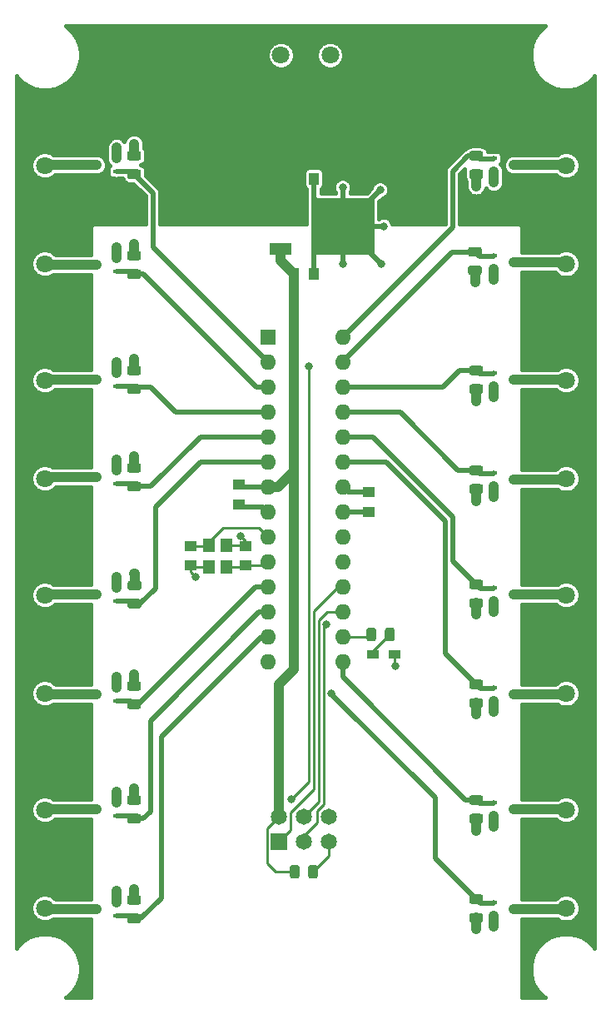
<source format=gbr>
%TF.GenerationSoftware,KiCad,Pcbnew,(5.1.9)-1*%
%TF.CreationDate,2021-06-30T11:02:33-04:00*%
%TF.ProjectId,disco_fish,64697363-6f5f-4666-9973-682e6b696361,rev?*%
%TF.SameCoordinates,Original*%
%TF.FileFunction,Copper,L1,Top*%
%TF.FilePolarity,Positive*%
%FSLAX46Y46*%
G04 Gerber Fmt 4.6, Leading zero omitted, Abs format (unit mm)*
G04 Created by KiCad (PCBNEW (5.1.9)-1) date 2021-06-30 11:02:33*
%MOMM*%
%LPD*%
G01*
G04 APERTURE LIST*
%TA.AperFunction,ComponentPad*%
%ADD10O,1.600000X1.600000*%
%TD*%
%TA.AperFunction,ComponentPad*%
%ADD11R,1.600000X1.600000*%
%TD*%
%TA.AperFunction,SMDPad,CuDef*%
%ADD12R,1.000000X1.250000*%
%TD*%
%TA.AperFunction,SMDPad,CuDef*%
%ADD13R,1.250000X1.000000*%
%TD*%
%TA.AperFunction,SMDPad,CuDef*%
%ADD14R,1.200000X0.900000*%
%TD*%
%TA.AperFunction,ComponentPad*%
%ADD15C,1.651000*%
%TD*%
%TA.AperFunction,ComponentPad*%
%ADD16R,1.651000X1.651000*%
%TD*%
%TA.AperFunction,ComponentPad*%
%ADD17C,1.800000*%
%TD*%
%TA.AperFunction,SMDPad,CuDef*%
%ADD18R,0.700000X0.450000*%
%TD*%
%TA.AperFunction,SMDPad,CuDef*%
%ADD19R,3.050000X2.750000*%
%TD*%
%TA.AperFunction,SMDPad,CuDef*%
%ADD20R,6.400000X5.800000*%
%TD*%
%TA.AperFunction,SMDPad,CuDef*%
%ADD21R,2.200000X1.200000*%
%TD*%
%TA.AperFunction,SMDPad,CuDef*%
%ADD22R,1.200000X1.400000*%
%TD*%
%TA.AperFunction,ViaPad*%
%ADD23C,0.812800*%
%TD*%
%TA.AperFunction,Conductor*%
%ADD24C,1.016000*%
%TD*%
%TA.AperFunction,Conductor*%
%ADD25C,0.254000*%
%TD*%
%TA.AperFunction,Conductor*%
%ADD26C,0.508000*%
%TD*%
%TA.AperFunction,Conductor*%
%ADD27C,0.381000*%
%TD*%
%TA.AperFunction,Conductor*%
%ADD28C,0.100000*%
%TD*%
G04 APERTURE END LIST*
D10*
%TO.P,U2,28*%
%TO.N,/gate9*%
X168783000Y-74676000D03*
%TO.P,U2,14*%
%TO.N,/gate14*%
X161163000Y-107696000D03*
%TO.P,U2,27*%
%TO.N,/gate8*%
X168783000Y-77216000D03*
%TO.P,U2,13*%
%TO.N,/gate7*%
X161163000Y-105156000D03*
%TO.P,U2,26*%
%TO.N,/gate11*%
X168783000Y-79756000D03*
%TO.P,U2,12*%
%TO.N,/gate6*%
X161163000Y-102616000D03*
%TO.P,U2,25*%
%TO.N,/gate10*%
X168783000Y-82296000D03*
%TO.P,U2,11*%
%TO.N,/gate5*%
X161163000Y-100076000D03*
%TO.P,U2,24*%
%TO.N,/gate13*%
X168783000Y-84836000D03*
%TO.P,U2,10*%
%TO.N,Net-(C4-Pad1)*%
X161163000Y-97536000D03*
%TO.P,U2,23*%
%TO.N,/gate12*%
X168783000Y-87376000D03*
%TO.P,U2,9*%
%TO.N,Net-(C3-Pad1)*%
X161163000Y-94996000D03*
%TO.P,U2,22*%
%TO.N,GND*%
X168783000Y-89916000D03*
%TO.P,U2,8*%
X161163000Y-92456000D03*
%TO.P,U2,21*%
%TO.N,VCC*%
X168783000Y-92456000D03*
%TO.P,U2,7*%
X161163000Y-89916000D03*
%TO.P,U2,20*%
X168783000Y-94996000D03*
%TO.P,U2,6*%
%TO.N,/gate4*%
X161163000Y-87376000D03*
%TO.P,U2,19*%
%TO.N,/SCK*%
X168783000Y-97536000D03*
%TO.P,U2,5*%
%TO.N,/gate3*%
X161163000Y-84836000D03*
%TO.P,U2,18*%
%TO.N,/MISO*%
X168783000Y-100076000D03*
%TO.P,U2,4*%
%TO.N,/gate2*%
X161163000Y-82296000D03*
%TO.P,U2,17*%
%TO.N,/MOSI*%
X168783000Y-102616000D03*
%TO.P,U2,3*%
%TO.N,/gate1*%
X161163000Y-79756000D03*
%TO.P,U2,16*%
%TO.N,/LED*%
X168783000Y-105156000D03*
%TO.P,U2,2*%
%TO.N,/gate0*%
X161163000Y-77216000D03*
%TO.P,U2,15*%
%TO.N,/gate15*%
X168783000Y-107696000D03*
D11*
%TO.P,U2,1*%
%TO.N,/~RESET*%
X161163000Y-74676000D03*
%TD*%
D12*
%TO.P,C1,1*%
%TO.N,GND*%
X165846000Y-58547000D03*
%TO.P,C1,2*%
%TO.N,/12V*%
X163846000Y-58547000D03*
%TD*%
%TO.P,C2,2*%
%TO.N,GND*%
X165846000Y-68199000D03*
%TO.P,C2,1*%
%TO.N,VCC*%
X163846000Y-68199000D03*
%TD*%
D13*
%TO.P,C3,2*%
%TO.N,GND*%
X153289000Y-97901000D03*
%TO.P,C3,1*%
%TO.N,Net-(C3-Pad1)*%
X153289000Y-95901000D03*
%TD*%
%TO.P,C4,1*%
%TO.N,Net-(C4-Pad1)*%
X158877000Y-97901000D03*
%TO.P,C4,2*%
%TO.N,GND*%
X158877000Y-95901000D03*
%TD*%
%TO.P,C5,2*%
%TO.N,VCC*%
X158242000Y-89678000D03*
%TO.P,C5,1*%
%TO.N,GND*%
X158242000Y-91678000D03*
%TD*%
%TO.P,C6,1*%
%TO.N,GND*%
X171450000Y-90440000D03*
%TO.P,C6,2*%
%TO.N,VCC*%
X171450000Y-92440000D03*
%TD*%
D14*
%TO.P,D1,2*%
%TO.N,Net-(D1-Pad2)*%
X171874000Y-106934000D03*
%TO.P,D1,1*%
%TO.N,GND*%
X174074000Y-106934000D03*
%TD*%
D15*
%TO.P,J10,6*%
%TO.N,GND*%
X167386000Y-123444000D03*
%TO.P,J10,5*%
%TO.N,/~RESET*%
X167386000Y-125984000D03*
%TO.P,J10,4*%
%TO.N,/MOSI*%
X164846000Y-123444000D03*
%TO.P,J10,3*%
%TO.N,/SCK*%
X164846000Y-125984000D03*
%TO.P,J10,2*%
%TO.N,VCC*%
X162306000Y-123444000D03*
D16*
%TO.P,J10,1*%
%TO.N,/MISO*%
X162306000Y-125984000D03*
%TD*%
D17*
%TO.P,J1,4*%
%TO.N,/drain1*%
X138493500Y-67197000D03*
%TO.P,J1,3*%
%TO.N,/12V*%
X138493500Y-62197000D03*
%TO.P,J1,2*%
%TO.N,/drain0*%
X138493500Y-57197000D03*
%TO.P,J1,1*%
%TO.N,/12V*%
X138493500Y-52197000D03*
%TD*%
%TO.P,J2,1*%
%TO.N,/12V*%
X138493500Y-74041000D03*
%TO.P,J2,2*%
%TO.N,/drain2*%
X138493500Y-79041000D03*
%TO.P,J2,3*%
%TO.N,/12V*%
X138493500Y-84041000D03*
%TO.P,J2,4*%
%TO.N,/drain3*%
X138493500Y-89041000D03*
%TD*%
%TO.P,J3,4*%
%TO.N,/drain5*%
X138493500Y-110885000D03*
%TO.P,J3,3*%
%TO.N,/12V*%
X138493500Y-105885000D03*
%TO.P,J3,2*%
%TO.N,/drain4*%
X138493500Y-100885000D03*
%TO.P,J3,1*%
%TO.N,/12V*%
X138493500Y-95885000D03*
%TD*%
%TO.P,J4,1*%
%TO.N,/12V*%
X138493500Y-117729000D03*
%TO.P,J4,2*%
%TO.N,/drain6*%
X138493500Y-122729000D03*
%TO.P,J4,3*%
%TO.N,/12V*%
X138493500Y-127729000D03*
%TO.P,J4,4*%
%TO.N,/drain7*%
X138493500Y-132729000D03*
%TD*%
%TO.P,J5,4*%
%TO.N,/12V*%
X191516000Y-52208400D03*
%TO.P,J5,3*%
%TO.N,/drain9*%
X191516000Y-57208400D03*
%TO.P,J5,2*%
%TO.N,/12V*%
X191516000Y-62208400D03*
%TO.P,J5,1*%
%TO.N,/drain8*%
X191516000Y-67208400D03*
%TD*%
%TO.P,J6,1*%
%TO.N,/drain10*%
X191516000Y-89052400D03*
%TO.P,J6,2*%
%TO.N,/12V*%
X191516000Y-84052400D03*
%TO.P,J6,3*%
%TO.N,/drain11*%
X191516000Y-79052400D03*
%TO.P,J6,4*%
%TO.N,/12V*%
X191516000Y-74052400D03*
%TD*%
%TO.P,J7,4*%
%TO.N,/12V*%
X191516000Y-95896400D03*
%TO.P,J7,3*%
%TO.N,/drain13*%
X191516000Y-100896400D03*
%TO.P,J7,2*%
%TO.N,/12V*%
X191516000Y-105896400D03*
%TO.P,J7,1*%
%TO.N,/drain12*%
X191516000Y-110896400D03*
%TD*%
%TO.P,J8,1*%
%TO.N,/drain14*%
X191516000Y-132740400D03*
%TO.P,J8,2*%
%TO.N,/12V*%
X191516000Y-127740400D03*
%TO.P,J8,3*%
%TO.N,/drain15*%
X191516000Y-122740400D03*
%TO.P,J8,4*%
%TO.N,/12V*%
X191516000Y-117740400D03*
%TD*%
D18*
%TO.P,Q1,1*%
%TO.N,/gate12*%
X184166000Y-110348000D03*
%TO.P,Q1,2*%
%TO.N,GND*%
X184166000Y-111648000D03*
%TO.P,Q1,3*%
%TO.N,/drain12*%
X186166000Y-110998000D03*
%TD*%
%TO.P,Q2,3*%
%TO.N,/drain8*%
X186166000Y-67056000D03*
%TO.P,Q2,2*%
%TO.N,GND*%
X184166000Y-67706000D03*
%TO.P,Q2,1*%
%TO.N,/gate8*%
X184166000Y-66406000D03*
%TD*%
%TO.P,Q3,1*%
%TO.N,/gate4*%
X145780000Y-101488000D03*
%TO.P,Q3,2*%
%TO.N,GND*%
X145780000Y-100188000D03*
%TO.P,Q3,3*%
%TO.N,/drain4*%
X143780000Y-100838000D03*
%TD*%
%TO.P,Q4,3*%
%TO.N,/drain0*%
X143780000Y-57150000D03*
%TO.P,Q4,2*%
%TO.N,GND*%
X145780000Y-56500000D03*
%TO.P,Q4,1*%
%TO.N,/gate0*%
X145780000Y-57800000D03*
%TD*%
%TO.P,Q5,3*%
%TO.N,/drain13*%
X186166000Y-100838000D03*
%TO.P,Q5,2*%
%TO.N,GND*%
X184166000Y-101488000D03*
%TO.P,Q5,1*%
%TO.N,/gate13*%
X184166000Y-100188000D03*
%TD*%
%TO.P,Q6,1*%
%TO.N,/gate9*%
X184166000Y-56500000D03*
%TO.P,Q6,2*%
%TO.N,GND*%
X184166000Y-57800000D03*
%TO.P,Q6,3*%
%TO.N,/drain9*%
X186166000Y-57150000D03*
%TD*%
%TO.P,Q7,3*%
%TO.N,/drain5*%
X143780000Y-110998000D03*
%TO.P,Q7,2*%
%TO.N,GND*%
X145780000Y-110348000D03*
%TO.P,Q7,1*%
%TO.N,/gate5*%
X145780000Y-111648000D03*
%TD*%
%TO.P,Q8,1*%
%TO.N,/gate1*%
X145780000Y-67960000D03*
%TO.P,Q8,2*%
%TO.N,GND*%
X145780000Y-66660000D03*
%TO.P,Q8,3*%
%TO.N,/drain1*%
X143780000Y-67310000D03*
%TD*%
%TO.P,Q9,3*%
%TO.N,/drain14*%
X186166000Y-132842000D03*
%TO.P,Q9,2*%
%TO.N,GND*%
X184166000Y-133492000D03*
%TO.P,Q9,1*%
%TO.N,/gate14*%
X184166000Y-132192000D03*
%TD*%
%TO.P,Q10,1*%
%TO.N,/gate10*%
X184166000Y-88504000D03*
%TO.P,Q10,2*%
%TO.N,GND*%
X184166000Y-89804000D03*
%TO.P,Q10,3*%
%TO.N,/drain10*%
X186166000Y-89154000D03*
%TD*%
%TO.P,Q11,3*%
%TO.N,/drain6*%
X143780000Y-122682000D03*
%TO.P,Q11,2*%
%TO.N,GND*%
X145780000Y-122032000D03*
%TO.P,Q11,1*%
%TO.N,/gate6*%
X145780000Y-123332000D03*
%TD*%
%TO.P,Q12,1*%
%TO.N,/gate2*%
X145780000Y-79644000D03*
%TO.P,Q12,2*%
%TO.N,GND*%
X145780000Y-78344000D03*
%TO.P,Q12,3*%
%TO.N,/drain2*%
X143780000Y-78994000D03*
%TD*%
%TO.P,Q13,3*%
%TO.N,/drain15*%
X186166000Y-122682000D03*
%TO.P,Q13,2*%
%TO.N,GND*%
X184166000Y-123332000D03*
%TO.P,Q13,1*%
%TO.N,/gate15*%
X184166000Y-122032000D03*
%TD*%
%TO.P,Q14,1*%
%TO.N,/gate11*%
X184166000Y-78344000D03*
%TO.P,Q14,2*%
%TO.N,GND*%
X184166000Y-79644000D03*
%TO.P,Q14,3*%
%TO.N,/drain11*%
X186166000Y-78994000D03*
%TD*%
%TO.P,Q15,3*%
%TO.N,/drain7*%
X143780000Y-132842000D03*
%TO.P,Q15,2*%
%TO.N,GND*%
X145780000Y-132192000D03*
%TO.P,Q15,1*%
%TO.N,/gate7*%
X145780000Y-133492000D03*
%TD*%
%TO.P,Q16,1*%
%TO.N,/gate3*%
X145780000Y-89550000D03*
%TO.P,Q16,2*%
%TO.N,GND*%
X145780000Y-88250000D03*
%TO.P,Q16,3*%
%TO.N,/drain3*%
X143780000Y-88900000D03*
%TD*%
%TO.P,R1,2*%
%TO.N,GND*%
%TA.AperFunction,SMDPad,CuDef*%
G36*
G01*
X181915750Y-111369500D02*
X182828250Y-111369500D01*
G75*
G02*
X183072000Y-111613250I0J-243750D01*
G01*
X183072000Y-112100750D01*
G75*
G02*
X182828250Y-112344500I-243750J0D01*
G01*
X181915750Y-112344500D01*
G75*
G02*
X181672000Y-112100750I0J243750D01*
G01*
X181672000Y-111613250D01*
G75*
G02*
X181915750Y-111369500I243750J0D01*
G01*
G37*
%TD.AperFunction*%
%TO.P,R1,1*%
%TO.N,/gate12*%
%TA.AperFunction,SMDPad,CuDef*%
G36*
G01*
X181915750Y-109494500D02*
X182828250Y-109494500D01*
G75*
G02*
X183072000Y-109738250I0J-243750D01*
G01*
X183072000Y-110225750D01*
G75*
G02*
X182828250Y-110469500I-243750J0D01*
G01*
X181915750Y-110469500D01*
G75*
G02*
X181672000Y-110225750I0J243750D01*
G01*
X181672000Y-109738250D01*
G75*
G02*
X181915750Y-109494500I243750J0D01*
G01*
G37*
%TD.AperFunction*%
%TD*%
%TO.P,R2,1*%
%TO.N,/gate8*%
%TA.AperFunction,SMDPad,CuDef*%
G36*
G01*
X181788750Y-65504000D02*
X182701250Y-65504000D01*
G75*
G02*
X182945000Y-65747750I0J-243750D01*
G01*
X182945000Y-66235250D01*
G75*
G02*
X182701250Y-66479000I-243750J0D01*
G01*
X181788750Y-66479000D01*
G75*
G02*
X181545000Y-66235250I0J243750D01*
G01*
X181545000Y-65747750D01*
G75*
G02*
X181788750Y-65504000I243750J0D01*
G01*
G37*
%TD.AperFunction*%
%TO.P,R2,2*%
%TO.N,GND*%
%TA.AperFunction,SMDPad,CuDef*%
G36*
G01*
X181788750Y-67379000D02*
X182701250Y-67379000D01*
G75*
G02*
X182945000Y-67622750I0J-243750D01*
G01*
X182945000Y-68110250D01*
G75*
G02*
X182701250Y-68354000I-243750J0D01*
G01*
X181788750Y-68354000D01*
G75*
G02*
X181545000Y-68110250I0J243750D01*
G01*
X181545000Y-67622750D01*
G75*
G02*
X181788750Y-67379000I243750J0D01*
G01*
G37*
%TD.AperFunction*%
%TD*%
%TO.P,R3,2*%
%TO.N,GND*%
%TA.AperFunction,SMDPad,CuDef*%
G36*
G01*
X148073251Y-100388000D02*
X147160751Y-100388000D01*
G75*
G02*
X146917001Y-100144250I0J243750D01*
G01*
X146917001Y-99656750D01*
G75*
G02*
X147160751Y-99413000I243750J0D01*
G01*
X148073251Y-99413000D01*
G75*
G02*
X148317001Y-99656750I0J-243750D01*
G01*
X148317001Y-100144250D01*
G75*
G02*
X148073251Y-100388000I-243750J0D01*
G01*
G37*
%TD.AperFunction*%
%TO.P,R3,1*%
%TO.N,/gate4*%
%TA.AperFunction,SMDPad,CuDef*%
G36*
G01*
X148073251Y-102263000D02*
X147160751Y-102263000D01*
G75*
G02*
X146917001Y-102019250I0J243750D01*
G01*
X146917001Y-101531750D01*
G75*
G02*
X147160751Y-101288000I243750J0D01*
G01*
X148073251Y-101288000D01*
G75*
G02*
X148317001Y-101531750I0J-243750D01*
G01*
X148317001Y-102019250D01*
G75*
G02*
X148073251Y-102263000I-243750J0D01*
G01*
G37*
%TD.AperFunction*%
%TD*%
%TO.P,R4,2*%
%TO.N,GND*%
%TA.AperFunction,SMDPad,CuDef*%
G36*
G01*
X148030250Y-56700000D02*
X147117750Y-56700000D01*
G75*
G02*
X146874000Y-56456250I0J243750D01*
G01*
X146874000Y-55968750D01*
G75*
G02*
X147117750Y-55725000I243750J0D01*
G01*
X148030250Y-55725000D01*
G75*
G02*
X148274000Y-55968750I0J-243750D01*
G01*
X148274000Y-56456250D01*
G75*
G02*
X148030250Y-56700000I-243750J0D01*
G01*
G37*
%TD.AperFunction*%
%TO.P,R4,1*%
%TO.N,/gate0*%
%TA.AperFunction,SMDPad,CuDef*%
G36*
G01*
X148030250Y-58575000D02*
X147117750Y-58575000D01*
G75*
G02*
X146874000Y-58331250I0J243750D01*
G01*
X146874000Y-57843750D01*
G75*
G02*
X147117750Y-57600000I243750J0D01*
G01*
X148030250Y-57600000D01*
G75*
G02*
X148274000Y-57843750I0J-243750D01*
G01*
X148274000Y-58331250D01*
G75*
G02*
X148030250Y-58575000I-243750J0D01*
G01*
G37*
%TD.AperFunction*%
%TD*%
%TO.P,R5,2*%
%TO.N,GND*%
%TA.AperFunction,SMDPad,CuDef*%
G36*
G01*
X181915750Y-101209500D02*
X182828250Y-101209500D01*
G75*
G02*
X183072000Y-101453250I0J-243750D01*
G01*
X183072000Y-101940750D01*
G75*
G02*
X182828250Y-102184500I-243750J0D01*
G01*
X181915750Y-102184500D01*
G75*
G02*
X181672000Y-101940750I0J243750D01*
G01*
X181672000Y-101453250D01*
G75*
G02*
X181915750Y-101209500I243750J0D01*
G01*
G37*
%TD.AperFunction*%
%TO.P,R5,1*%
%TO.N,/gate13*%
%TA.AperFunction,SMDPad,CuDef*%
G36*
G01*
X181915750Y-99334500D02*
X182828250Y-99334500D01*
G75*
G02*
X183072000Y-99578250I0J-243750D01*
G01*
X183072000Y-100065750D01*
G75*
G02*
X182828250Y-100309500I-243750J0D01*
G01*
X181915750Y-100309500D01*
G75*
G02*
X181672000Y-100065750I0J243750D01*
G01*
X181672000Y-99578250D01*
G75*
G02*
X181915750Y-99334500I243750J0D01*
G01*
G37*
%TD.AperFunction*%
%TD*%
%TO.P,R6,1*%
%TO.N,/gate9*%
%TA.AperFunction,SMDPad,CuDef*%
G36*
G01*
X181915750Y-55725000D02*
X182828250Y-55725000D01*
G75*
G02*
X183072000Y-55968750I0J-243750D01*
G01*
X183072000Y-56456250D01*
G75*
G02*
X182828250Y-56700000I-243750J0D01*
G01*
X181915750Y-56700000D01*
G75*
G02*
X181672000Y-56456250I0J243750D01*
G01*
X181672000Y-55968750D01*
G75*
G02*
X181915750Y-55725000I243750J0D01*
G01*
G37*
%TD.AperFunction*%
%TO.P,R6,2*%
%TO.N,GND*%
%TA.AperFunction,SMDPad,CuDef*%
G36*
G01*
X181915750Y-57600000D02*
X182828250Y-57600000D01*
G75*
G02*
X183072000Y-57843750I0J-243750D01*
G01*
X183072000Y-58331250D01*
G75*
G02*
X182828250Y-58575000I-243750J0D01*
G01*
X181915750Y-58575000D01*
G75*
G02*
X181672000Y-58331250I0J243750D01*
G01*
X181672000Y-57843750D01*
G75*
G02*
X181915750Y-57600000I243750J0D01*
G01*
G37*
%TD.AperFunction*%
%TD*%
%TO.P,R7,2*%
%TO.N,GND*%
%TA.AperFunction,SMDPad,CuDef*%
G36*
G01*
X148030250Y-110626500D02*
X147117750Y-110626500D01*
G75*
G02*
X146874000Y-110382750I0J243750D01*
G01*
X146874000Y-109895250D01*
G75*
G02*
X147117750Y-109651500I243750J0D01*
G01*
X148030250Y-109651500D01*
G75*
G02*
X148274000Y-109895250I0J-243750D01*
G01*
X148274000Y-110382750D01*
G75*
G02*
X148030250Y-110626500I-243750J0D01*
G01*
G37*
%TD.AperFunction*%
%TO.P,R7,1*%
%TO.N,/gate5*%
%TA.AperFunction,SMDPad,CuDef*%
G36*
G01*
X148030250Y-112501500D02*
X147117750Y-112501500D01*
G75*
G02*
X146874000Y-112257750I0J243750D01*
G01*
X146874000Y-111770250D01*
G75*
G02*
X147117750Y-111526500I243750J0D01*
G01*
X148030250Y-111526500D01*
G75*
G02*
X148274000Y-111770250I0J-243750D01*
G01*
X148274000Y-112257750D01*
G75*
G02*
X148030250Y-112501500I-243750J0D01*
G01*
G37*
%TD.AperFunction*%
%TD*%
%TO.P,R8,2*%
%TO.N,GND*%
%TA.AperFunction,SMDPad,CuDef*%
G36*
G01*
X148030250Y-66860000D02*
X147117750Y-66860000D01*
G75*
G02*
X146874000Y-66616250I0J243750D01*
G01*
X146874000Y-66128750D01*
G75*
G02*
X147117750Y-65885000I243750J0D01*
G01*
X148030250Y-65885000D01*
G75*
G02*
X148274000Y-66128750I0J-243750D01*
G01*
X148274000Y-66616250D01*
G75*
G02*
X148030250Y-66860000I-243750J0D01*
G01*
G37*
%TD.AperFunction*%
%TO.P,R8,1*%
%TO.N,/gate1*%
%TA.AperFunction,SMDPad,CuDef*%
G36*
G01*
X148030250Y-68735000D02*
X147117750Y-68735000D01*
G75*
G02*
X146874000Y-68491250I0J243750D01*
G01*
X146874000Y-68003750D01*
G75*
G02*
X147117750Y-67760000I243750J0D01*
G01*
X148030250Y-67760000D01*
G75*
G02*
X148274000Y-68003750I0J-243750D01*
G01*
X148274000Y-68491250D01*
G75*
G02*
X148030250Y-68735000I-243750J0D01*
G01*
G37*
%TD.AperFunction*%
%TD*%
%TO.P,R9,1*%
%TO.N,Net-(D1-Pad2)*%
%TA.AperFunction,SMDPad,CuDef*%
G36*
G01*
X174066500Y-104445750D02*
X174066500Y-105358250D01*
G75*
G02*
X173822750Y-105602000I-243750J0D01*
G01*
X173335250Y-105602000D01*
G75*
G02*
X173091500Y-105358250I0J243750D01*
G01*
X173091500Y-104445750D01*
G75*
G02*
X173335250Y-104202000I243750J0D01*
G01*
X173822750Y-104202000D01*
G75*
G02*
X174066500Y-104445750I0J-243750D01*
G01*
G37*
%TD.AperFunction*%
%TO.P,R9,2*%
%TO.N,/LED*%
%TA.AperFunction,SMDPad,CuDef*%
G36*
G01*
X172191500Y-104445750D02*
X172191500Y-105358250D01*
G75*
G02*
X171947750Y-105602000I-243750J0D01*
G01*
X171460250Y-105602000D01*
G75*
G02*
X171216500Y-105358250I0J243750D01*
G01*
X171216500Y-104445750D01*
G75*
G02*
X171460250Y-104202000I243750J0D01*
G01*
X171947750Y-104202000D01*
G75*
G02*
X172191500Y-104445750I0J-243750D01*
G01*
G37*
%TD.AperFunction*%
%TD*%
%TO.P,R10,2*%
%TO.N,GND*%
%TA.AperFunction,SMDPad,CuDef*%
G36*
G01*
X181915750Y-133213500D02*
X182828250Y-133213500D01*
G75*
G02*
X183072000Y-133457250I0J-243750D01*
G01*
X183072000Y-133944750D01*
G75*
G02*
X182828250Y-134188500I-243750J0D01*
G01*
X181915750Y-134188500D01*
G75*
G02*
X181672000Y-133944750I0J243750D01*
G01*
X181672000Y-133457250D01*
G75*
G02*
X181915750Y-133213500I243750J0D01*
G01*
G37*
%TD.AperFunction*%
%TO.P,R10,1*%
%TO.N,/gate14*%
%TA.AperFunction,SMDPad,CuDef*%
G36*
G01*
X181915750Y-131338500D02*
X182828250Y-131338500D01*
G75*
G02*
X183072000Y-131582250I0J-243750D01*
G01*
X183072000Y-132069750D01*
G75*
G02*
X182828250Y-132313500I-243750J0D01*
G01*
X181915750Y-132313500D01*
G75*
G02*
X181672000Y-132069750I0J243750D01*
G01*
X181672000Y-131582250D01*
G75*
G02*
X181915750Y-131338500I243750J0D01*
G01*
G37*
%TD.AperFunction*%
%TD*%
%TO.P,R11,1*%
%TO.N,/gate10*%
%TA.AperFunction,SMDPad,CuDef*%
G36*
G01*
X181915750Y-87729000D02*
X182828250Y-87729000D01*
G75*
G02*
X183072000Y-87972750I0J-243750D01*
G01*
X183072000Y-88460250D01*
G75*
G02*
X182828250Y-88704000I-243750J0D01*
G01*
X181915750Y-88704000D01*
G75*
G02*
X181672000Y-88460250I0J243750D01*
G01*
X181672000Y-87972750D01*
G75*
G02*
X181915750Y-87729000I243750J0D01*
G01*
G37*
%TD.AperFunction*%
%TO.P,R11,2*%
%TO.N,GND*%
%TA.AperFunction,SMDPad,CuDef*%
G36*
G01*
X181915750Y-89604000D02*
X182828250Y-89604000D01*
G75*
G02*
X183072000Y-89847750I0J-243750D01*
G01*
X183072000Y-90335250D01*
G75*
G02*
X182828250Y-90579000I-243750J0D01*
G01*
X181915750Y-90579000D01*
G75*
G02*
X181672000Y-90335250I0J243750D01*
G01*
X181672000Y-89847750D01*
G75*
G02*
X181915750Y-89604000I243750J0D01*
G01*
G37*
%TD.AperFunction*%
%TD*%
%TO.P,R12,1*%
%TO.N,/gate6*%
%TA.AperFunction,SMDPad,CuDef*%
G36*
G01*
X148030250Y-124107000D02*
X147117750Y-124107000D01*
G75*
G02*
X146874000Y-123863250I0J243750D01*
G01*
X146874000Y-123375750D01*
G75*
G02*
X147117750Y-123132000I243750J0D01*
G01*
X148030250Y-123132000D01*
G75*
G02*
X148274000Y-123375750I0J-243750D01*
G01*
X148274000Y-123863250D01*
G75*
G02*
X148030250Y-124107000I-243750J0D01*
G01*
G37*
%TD.AperFunction*%
%TO.P,R12,2*%
%TO.N,GND*%
%TA.AperFunction,SMDPad,CuDef*%
G36*
G01*
X148030250Y-122232000D02*
X147117750Y-122232000D01*
G75*
G02*
X146874000Y-121988250I0J243750D01*
G01*
X146874000Y-121500750D01*
G75*
G02*
X147117750Y-121257000I243750J0D01*
G01*
X148030250Y-121257000D01*
G75*
G02*
X148274000Y-121500750I0J-243750D01*
G01*
X148274000Y-121988250D01*
G75*
G02*
X148030250Y-122232000I-243750J0D01*
G01*
G37*
%TD.AperFunction*%
%TD*%
%TO.P,R13,2*%
%TO.N,GND*%
%TA.AperFunction,SMDPad,CuDef*%
G36*
G01*
X148030250Y-78544000D02*
X147117750Y-78544000D01*
G75*
G02*
X146874000Y-78300250I0J243750D01*
G01*
X146874000Y-77812750D01*
G75*
G02*
X147117750Y-77569000I243750J0D01*
G01*
X148030250Y-77569000D01*
G75*
G02*
X148274000Y-77812750I0J-243750D01*
G01*
X148274000Y-78300250D01*
G75*
G02*
X148030250Y-78544000I-243750J0D01*
G01*
G37*
%TD.AperFunction*%
%TO.P,R13,1*%
%TO.N,/gate2*%
%TA.AperFunction,SMDPad,CuDef*%
G36*
G01*
X148030250Y-80419000D02*
X147117750Y-80419000D01*
G75*
G02*
X146874000Y-80175250I0J243750D01*
G01*
X146874000Y-79687750D01*
G75*
G02*
X147117750Y-79444000I243750J0D01*
G01*
X148030250Y-79444000D01*
G75*
G02*
X148274000Y-79687750I0J-243750D01*
G01*
X148274000Y-80175250D01*
G75*
G02*
X148030250Y-80419000I-243750J0D01*
G01*
G37*
%TD.AperFunction*%
%TD*%
%TO.P,R14,2*%
%TO.N,GND*%
%TA.AperFunction,SMDPad,CuDef*%
G36*
G01*
X181915750Y-123132000D02*
X182828250Y-123132000D01*
G75*
G02*
X183072000Y-123375750I0J-243750D01*
G01*
X183072000Y-123863250D01*
G75*
G02*
X182828250Y-124107000I-243750J0D01*
G01*
X181915750Y-124107000D01*
G75*
G02*
X181672000Y-123863250I0J243750D01*
G01*
X181672000Y-123375750D01*
G75*
G02*
X181915750Y-123132000I243750J0D01*
G01*
G37*
%TD.AperFunction*%
%TO.P,R14,1*%
%TO.N,/gate15*%
%TA.AperFunction,SMDPad,CuDef*%
G36*
G01*
X181915750Y-121257000D02*
X182828250Y-121257000D01*
G75*
G02*
X183072000Y-121500750I0J-243750D01*
G01*
X183072000Y-121988250D01*
G75*
G02*
X182828250Y-122232000I-243750J0D01*
G01*
X181915750Y-122232000D01*
G75*
G02*
X181672000Y-121988250I0J243750D01*
G01*
X181672000Y-121500750D01*
G75*
G02*
X181915750Y-121257000I243750J0D01*
G01*
G37*
%TD.AperFunction*%
%TD*%
%TO.P,R15,1*%
%TO.N,/gate11*%
%TA.AperFunction,SMDPad,CuDef*%
G36*
G01*
X181915750Y-77569000D02*
X182828250Y-77569000D01*
G75*
G02*
X183072000Y-77812750I0J-243750D01*
G01*
X183072000Y-78300250D01*
G75*
G02*
X182828250Y-78544000I-243750J0D01*
G01*
X181915750Y-78544000D01*
G75*
G02*
X181672000Y-78300250I0J243750D01*
G01*
X181672000Y-77812750D01*
G75*
G02*
X181915750Y-77569000I243750J0D01*
G01*
G37*
%TD.AperFunction*%
%TO.P,R15,2*%
%TO.N,GND*%
%TA.AperFunction,SMDPad,CuDef*%
G36*
G01*
X181915750Y-79444000D02*
X182828250Y-79444000D01*
G75*
G02*
X183072000Y-79687750I0J-243750D01*
G01*
X183072000Y-80175250D01*
G75*
G02*
X182828250Y-80419000I-243750J0D01*
G01*
X181915750Y-80419000D01*
G75*
G02*
X181672000Y-80175250I0J243750D01*
G01*
X181672000Y-79687750D01*
G75*
G02*
X181915750Y-79444000I243750J0D01*
G01*
G37*
%TD.AperFunction*%
%TD*%
%TO.P,R16,1*%
%TO.N,/gate7*%
%TA.AperFunction,SMDPad,CuDef*%
G36*
G01*
X148030250Y-134267000D02*
X147117750Y-134267000D01*
G75*
G02*
X146874000Y-134023250I0J243750D01*
G01*
X146874000Y-133535750D01*
G75*
G02*
X147117750Y-133292000I243750J0D01*
G01*
X148030250Y-133292000D01*
G75*
G02*
X148274000Y-133535750I0J-243750D01*
G01*
X148274000Y-134023250D01*
G75*
G02*
X148030250Y-134267000I-243750J0D01*
G01*
G37*
%TD.AperFunction*%
%TO.P,R16,2*%
%TO.N,GND*%
%TA.AperFunction,SMDPad,CuDef*%
G36*
G01*
X148030250Y-132392000D02*
X147117750Y-132392000D01*
G75*
G02*
X146874000Y-132148250I0J243750D01*
G01*
X146874000Y-131660750D01*
G75*
G02*
X147117750Y-131417000I243750J0D01*
G01*
X148030250Y-131417000D01*
G75*
G02*
X148274000Y-131660750I0J-243750D01*
G01*
X148274000Y-132148250D01*
G75*
G02*
X148030250Y-132392000I-243750J0D01*
G01*
G37*
%TD.AperFunction*%
%TD*%
%TO.P,R17,1*%
%TO.N,/gate3*%
%TA.AperFunction,SMDPad,CuDef*%
G36*
G01*
X148030250Y-90325000D02*
X147117750Y-90325000D01*
G75*
G02*
X146874000Y-90081250I0J243750D01*
G01*
X146874000Y-89593750D01*
G75*
G02*
X147117750Y-89350000I243750J0D01*
G01*
X148030250Y-89350000D01*
G75*
G02*
X148274000Y-89593750I0J-243750D01*
G01*
X148274000Y-90081250D01*
G75*
G02*
X148030250Y-90325000I-243750J0D01*
G01*
G37*
%TD.AperFunction*%
%TO.P,R17,2*%
%TO.N,GND*%
%TA.AperFunction,SMDPad,CuDef*%
G36*
G01*
X148030250Y-88450000D02*
X147117750Y-88450000D01*
G75*
G02*
X146874000Y-88206250I0J243750D01*
G01*
X146874000Y-87718750D01*
G75*
G02*
X147117750Y-87475000I243750J0D01*
G01*
X148030250Y-87475000D01*
G75*
G02*
X148274000Y-87718750I0J-243750D01*
G01*
X148274000Y-88206250D01*
G75*
G02*
X148030250Y-88450000I-243750J0D01*
G01*
G37*
%TD.AperFunction*%
%TD*%
%TO.P,R18,1*%
%TO.N,VCC*%
%TA.AperFunction,SMDPad,CuDef*%
G36*
G01*
X163421000Y-129488250D02*
X163421000Y-128575750D01*
G75*
G02*
X163664750Y-128332000I243750J0D01*
G01*
X164152250Y-128332000D01*
G75*
G02*
X164396000Y-128575750I0J-243750D01*
G01*
X164396000Y-129488250D01*
G75*
G02*
X164152250Y-129732000I-243750J0D01*
G01*
X163664750Y-129732000D01*
G75*
G02*
X163421000Y-129488250I0J243750D01*
G01*
G37*
%TD.AperFunction*%
%TO.P,R18,2*%
%TO.N,/~RESET*%
%TA.AperFunction,SMDPad,CuDef*%
G36*
G01*
X165296000Y-129488250D02*
X165296000Y-128575750D01*
G75*
G02*
X165539750Y-128332000I243750J0D01*
G01*
X166027250Y-128332000D01*
G75*
G02*
X166271000Y-128575750I0J-243750D01*
G01*
X166271000Y-129488250D01*
G75*
G02*
X166027250Y-129732000I-243750J0D01*
G01*
X165539750Y-129732000D01*
G75*
G02*
X165296000Y-129488250I0J243750D01*
G01*
G37*
%TD.AperFunction*%
%TD*%
D19*
%TO.P,U1,2*%
%TO.N,GND*%
X167132000Y-64897000D03*
X170482000Y-61847000D03*
X167132000Y-61847000D03*
X170482000Y-64897000D03*
D20*
X168807000Y-63372000D03*
D21*
%TO.P,U1,3*%
%TO.N,VCC*%
X162507000Y-65652000D03*
%TO.P,U1,1*%
%TO.N,/12V*%
X162507000Y-61092000D03*
%TD*%
D22*
%TO.P,Y1,4*%
%TO.N,GND*%
X156933000Y-95801000D03*
%TO.P,Y1,3*%
%TO.N,Net-(C4-Pad1)*%
X156933000Y-98001000D03*
%TO.P,Y1,2*%
%TO.N,GND*%
X155233000Y-98001000D03*
%TO.P,Y1,1*%
%TO.N,Net-(C3-Pad1)*%
X155233000Y-95801000D03*
%TD*%
D17*
%TO.P,J9,1*%
%TO.N,/12V*%
X172513000Y-45974000D03*
%TO.P,J9,2*%
%TO.N,GND*%
X167513000Y-45974000D03*
%TO.P,J9,3*%
X162513000Y-45974000D03*
%TO.P,J9,4*%
%TO.N,/12V*%
X157513000Y-45974000D03*
%TD*%
D23*
%TO.N,GND*%
X147574000Y-130810000D03*
X145796000Y-130937000D03*
X145796000Y-120904000D03*
X147574000Y-120523000D03*
X145796000Y-99060000D03*
X147574000Y-98679000D03*
X145796000Y-109220000D03*
X147574000Y-108966000D03*
X145796000Y-87122000D03*
X147574000Y-86741000D03*
X145796000Y-77216000D03*
X147574000Y-76835000D03*
X145796000Y-65532000D03*
X147574000Y-65151000D03*
X145796000Y-55372000D03*
X147574000Y-54991000D03*
X182372000Y-59309000D03*
X184150000Y-58928000D03*
X182245000Y-69088000D03*
X184150000Y-68834000D03*
X182372000Y-81153000D03*
X184150000Y-80772000D03*
X182372000Y-91313000D03*
X184150000Y-90932000D03*
X182372000Y-102870000D03*
X184150000Y-102616000D03*
X182372000Y-113030000D03*
X184150000Y-112776000D03*
X182372000Y-124841000D03*
X184150000Y-124460000D03*
X182372000Y-134874000D03*
X184150000Y-134620000D03*
X158369000Y-94869000D03*
X153797000Y-99060000D03*
X174117000Y-108077000D03*
X172974000Y-63373000D03*
X168783000Y-67183000D03*
X168783000Y-59436000D03*
X172593000Y-59690000D03*
X172720000Y-67183000D03*
%TO.N,VCC*%
X163830000Y-91313000D03*
X163830000Y-93599000D03*
%TO.N,/~RESET*%
X163575996Y-121666000D03*
X165354000Y-77597000D03*
%TO.N,/SCK*%
X167157410Y-103886000D03*
%TO.N,/gate14*%
X167665400Y-110871000D03*
%TD*%
D24*
%TO.N,GND*%
X147574000Y-131904500D02*
X147574000Y-130810000D01*
X145780000Y-130953000D02*
X145796000Y-130937000D01*
X145780000Y-132192000D02*
X145780000Y-130953000D01*
X145780000Y-120920000D02*
X145796000Y-120904000D01*
X145780000Y-122032000D02*
X145780000Y-120920000D01*
X147574000Y-121744500D02*
X147574000Y-120523000D01*
X145780000Y-99076000D02*
X145796000Y-99060000D01*
X145780000Y-100188000D02*
X145780000Y-99076000D01*
X147617001Y-98722001D02*
X147574000Y-98679000D01*
X147617001Y-99900500D02*
X147617001Y-98722001D01*
X145780000Y-109236000D02*
X145796000Y-109220000D01*
X145780000Y-110348000D02*
X145780000Y-109236000D01*
X147574000Y-110139000D02*
X147574000Y-108966000D01*
X145780000Y-87138000D02*
X145796000Y-87122000D01*
X145780000Y-88250000D02*
X145780000Y-87138000D01*
X147574000Y-87962500D02*
X147574000Y-86741000D01*
X145780000Y-77232000D02*
X145796000Y-77216000D01*
X145780000Y-78344000D02*
X145780000Y-77232000D01*
X147574000Y-78056500D02*
X147574000Y-76835000D01*
X145780000Y-65548000D02*
X145796000Y-65532000D01*
X145780000Y-66660000D02*
X145780000Y-65548000D01*
X147574000Y-66372500D02*
X147574000Y-65151000D01*
X145780000Y-55388000D02*
X145796000Y-55372000D01*
X145780000Y-56500000D02*
X145780000Y-55388000D01*
X147574000Y-56212500D02*
X147574000Y-54991000D01*
X182372000Y-58087500D02*
X182372000Y-59309000D01*
X184166000Y-58912000D02*
X184150000Y-58928000D01*
X184166000Y-57800000D02*
X184166000Y-58912000D01*
X182245000Y-67866500D02*
X182245000Y-69088000D01*
X184166000Y-68818000D02*
X184150000Y-68834000D01*
X184166000Y-67706000D02*
X184166000Y-68818000D01*
X182372000Y-79931500D02*
X182372000Y-81153000D01*
X184166000Y-80756000D02*
X184150000Y-80772000D01*
X184166000Y-79644000D02*
X184166000Y-80756000D01*
X182372000Y-90091500D02*
X182372000Y-91313000D01*
X184166000Y-90916000D02*
X184150000Y-90932000D01*
X184166000Y-89804000D02*
X184166000Y-90916000D01*
X182372000Y-101697000D02*
X182372000Y-102870000D01*
X184166000Y-102600000D02*
X184150000Y-102616000D01*
X184166000Y-101488000D02*
X184166000Y-102600000D01*
X182372000Y-111857000D02*
X182372000Y-113030000D01*
X184166000Y-112760000D02*
X184150000Y-112776000D01*
X184166000Y-111648000D02*
X184166000Y-112760000D01*
X182372000Y-123619500D02*
X182372000Y-124841000D01*
X184166000Y-124444000D02*
X184150000Y-124460000D01*
X184166000Y-123332000D02*
X184166000Y-124444000D01*
X182372000Y-133701000D02*
X182372000Y-134874000D01*
X184166000Y-134604000D02*
X184150000Y-134620000D01*
X184166000Y-133492000D02*
X184166000Y-134604000D01*
D25*
X158777000Y-95801000D02*
X158877000Y-95901000D01*
X156933000Y-95801000D02*
X158777000Y-95801000D01*
X158877000Y-95377000D02*
X158369000Y-94869000D01*
X158877000Y-95901000D02*
X158877000Y-95377000D01*
X153289000Y-98552000D02*
X153797000Y-99060000D01*
X153289000Y-97901000D02*
X153289000Y-98552000D01*
X153389000Y-98001000D02*
X153289000Y-97901000D01*
X155233000Y-98001000D02*
X153389000Y-98001000D01*
D26*
X165846000Y-66183000D02*
X167132000Y-64897000D01*
X165846000Y-68199000D02*
X165846000Y-66183000D01*
X165846000Y-60561000D02*
X167132000Y-61847000D01*
X165846000Y-58547000D02*
X165846000Y-60561000D01*
D25*
X174074000Y-108034000D02*
X174117000Y-108077000D01*
X174074000Y-106934000D02*
X174074000Y-108034000D01*
D26*
X171434000Y-90424000D02*
X171450000Y-90440000D01*
X169291000Y-90424000D02*
X171434000Y-90424000D01*
X168783000Y-89916000D02*
X169291000Y-90424000D01*
X160655000Y-91948000D02*
X161163000Y-92456000D01*
X158512000Y-91948000D02*
X160655000Y-91948000D01*
X158242000Y-91678000D02*
X158512000Y-91948000D01*
X172973000Y-63372000D02*
X172974000Y-63373000D01*
X168807000Y-63372000D02*
X172973000Y-63372000D01*
X168807000Y-67159000D02*
X168783000Y-67183000D01*
X168807000Y-63372000D02*
X168807000Y-67159000D01*
X168807000Y-59460000D02*
X168783000Y-59436000D01*
X168807000Y-63372000D02*
X168807000Y-59460000D01*
X168911000Y-63372000D02*
X172593000Y-59690000D01*
X168807000Y-63372000D02*
X168911000Y-63372000D01*
X168909000Y-63372000D02*
X172720000Y-67183000D01*
X168807000Y-63372000D02*
X168909000Y-63372000D01*
%TO.N,VCC*%
X158480000Y-89916000D02*
X158242000Y-89678000D01*
X161163000Y-89916000D02*
X158480000Y-89916000D01*
D25*
X163908500Y-129032000D02*
X161925000Y-129032000D01*
X161099499Y-124650501D02*
X162306000Y-123444000D01*
X161099499Y-128206499D02*
X161099499Y-124650501D01*
X161925000Y-129032000D02*
X161099499Y-128206499D01*
D26*
X171434000Y-92456000D02*
X171450000Y-92440000D01*
X168783000Y-92456000D02*
X171434000Y-92456000D01*
D24*
X162507000Y-66860000D02*
X163846000Y-68199000D01*
X162507000Y-65652000D02*
X162507000Y-66860000D01*
X162179000Y-89916000D02*
X161163000Y-89916000D01*
X163830000Y-88265000D02*
X162179000Y-89916000D01*
X163830000Y-88265000D02*
X163830000Y-91313000D01*
X163830000Y-68215000D02*
X163830000Y-77470000D01*
X163830000Y-77470000D02*
X163830000Y-88265000D01*
X163846000Y-68199000D02*
X163830000Y-68215000D01*
X162306000Y-109982000D02*
X163830000Y-108458000D01*
X162306000Y-123444000D02*
X162306000Y-109982000D01*
X163830000Y-93472000D02*
X163830000Y-93599000D01*
X163830000Y-108458000D02*
X163830000Y-93472000D01*
X163830000Y-93472000D02*
X163830000Y-91313000D01*
D25*
%TO.N,Net-(C3-Pad1)*%
X160248599Y-94081599D02*
X161163000Y-94996000D01*
X156666599Y-94081599D02*
X160248599Y-94081599D01*
X155233000Y-95515198D02*
X156666599Y-94081599D01*
X155233000Y-95801000D02*
X155233000Y-95515198D01*
X155133000Y-95901000D02*
X155233000Y-95801000D01*
X153289000Y-95901000D02*
X155133000Y-95901000D01*
%TO.N,Net-(C4-Pad1)*%
X158777000Y-98001000D02*
X158877000Y-97901000D01*
X156933000Y-98001000D02*
X158777000Y-98001000D01*
X160798000Y-97901000D02*
X161163000Y-97536000D01*
X158877000Y-97901000D02*
X160798000Y-97901000D01*
%TO.N,Net-(D1-Pad2)*%
X171874000Y-106607000D02*
X173579000Y-104902000D01*
X171874000Y-106934000D02*
X171874000Y-106607000D01*
%TO.N,/~RESET*%
X167386000Y-127429500D02*
X165783500Y-129032000D01*
X167386000Y-125984000D02*
X167386000Y-127429500D01*
X163576000Y-121666000D02*
X163575996Y-121666000D01*
X165354000Y-119888000D02*
X163576000Y-121666000D01*
X165354000Y-77597000D02*
X165354000Y-119888000D01*
%TO.N,/MOSI*%
X166370000Y-103482646D02*
X166370000Y-121920000D01*
X166370000Y-121920000D02*
X164846000Y-123444000D01*
X168783000Y-102616000D02*
X167236646Y-102616000D01*
X167236646Y-102616000D02*
X166370000Y-103482646D01*
%TO.N,/SCK*%
X166878000Y-104165410D02*
X167157410Y-103886000D01*
X166179499Y-122828937D02*
X166878000Y-122130436D01*
X166878000Y-122130436D02*
X166878000Y-104165410D01*
X166179499Y-124015501D02*
X166179499Y-122828937D01*
X164846000Y-125349000D02*
X166179499Y-124015501D01*
X164846000Y-125984000D02*
X164846000Y-125349000D01*
%TO.N,/MISO*%
X163512501Y-122999499D02*
X163512501Y-124777499D01*
X165862000Y-102489000D02*
X165862000Y-120650000D01*
X165862000Y-120650000D02*
X163512501Y-122999499D01*
X168783000Y-100076000D02*
X168275000Y-100076000D01*
X163512501Y-124777499D02*
X162306000Y-125984000D01*
X168275000Y-100076000D02*
X165862000Y-102489000D01*
D24*
%TO.N,/drain3*%
X138634500Y-88900000D02*
X138493500Y-89041000D01*
X143780000Y-88900000D02*
X138634500Y-88900000D01*
%TO.N,/drain2*%
X138540500Y-78994000D02*
X138493500Y-79041000D01*
X143780000Y-78994000D02*
X138540500Y-78994000D01*
%TO.N,/drain1*%
X138606500Y-67310000D02*
X138493500Y-67197000D01*
X143780000Y-67310000D02*
X138606500Y-67310000D01*
%TO.N,/drain0*%
X138540500Y-57150000D02*
X138493500Y-57197000D01*
X143780000Y-57150000D02*
X138540500Y-57150000D01*
%TO.N,/drain4*%
X138540500Y-100838000D02*
X138493500Y-100885000D01*
X143780000Y-100838000D02*
X138540500Y-100838000D01*
%TO.N,/drain5*%
X138606500Y-110998000D02*
X138493500Y-110885000D01*
X143780000Y-110998000D02*
X138606500Y-110998000D01*
%TO.N,/drain6*%
X138540500Y-122682000D02*
X138493500Y-122729000D01*
X143780000Y-122682000D02*
X138540500Y-122682000D01*
%TO.N,/drain7*%
X138606500Y-132842000D02*
X138493500Y-132729000D01*
X143780000Y-132842000D02*
X138606500Y-132842000D01*
%TO.N,/drain11*%
X191457600Y-78994000D02*
X191516000Y-79052400D01*
X186166000Y-78994000D02*
X191457600Y-78994000D01*
%TO.N,/drain10*%
X191414400Y-89154000D02*
X191516000Y-89052400D01*
X186166000Y-89154000D02*
X191414400Y-89154000D01*
%TO.N,/drain9*%
X191457600Y-57150000D02*
X191516000Y-57208400D01*
X186166000Y-57150000D02*
X191457600Y-57150000D01*
%TO.N,/drain8*%
X191363600Y-67056000D02*
X191516000Y-67208400D01*
X186166000Y-67056000D02*
X191363600Y-67056000D01*
%TO.N,/drain12*%
X191414400Y-110998000D02*
X191516000Y-110896400D01*
X186166000Y-110998000D02*
X191414400Y-110998000D01*
%TO.N,/drain13*%
X191457600Y-100838000D02*
X191516000Y-100896400D01*
X186166000Y-100838000D02*
X191457600Y-100838000D01*
%TO.N,/drain14*%
X191414400Y-132842000D02*
X191516000Y-132740400D01*
X186166000Y-132842000D02*
X191414400Y-132842000D01*
%TO.N,/drain15*%
X191457600Y-122682000D02*
X191516000Y-122740400D01*
X186166000Y-122682000D02*
X191457600Y-122682000D01*
D26*
%TO.N,/gate12*%
X168783000Y-87376000D02*
X173228000Y-87376000D01*
X179196990Y-93344990D02*
X179196990Y-99059990D01*
X173228000Y-87376000D02*
X179196990Y-93344990D01*
X179196990Y-99059990D02*
X179197000Y-99060000D01*
X179197000Y-106807000D02*
X182372000Y-109982000D01*
X179197000Y-99060000D02*
X179197000Y-106807000D01*
X182753000Y-110363000D02*
X184151000Y-110363000D01*
X184151000Y-110363000D02*
X184166000Y-110348000D01*
X182372000Y-109982000D02*
X182753000Y-110363000D01*
%TO.N,/gate8*%
X179880500Y-65991500D02*
X182245000Y-65991500D01*
X168783000Y-77089000D02*
X179880500Y-65991500D01*
X168783000Y-77216000D02*
X168783000Y-77089000D01*
X184151000Y-66421000D02*
X184166000Y-66406000D01*
X182674500Y-66421000D02*
X184151000Y-66421000D01*
X182245000Y-65991500D02*
X182674500Y-66421000D01*
%TO.N,/gate4*%
X148160500Y-101775500D02*
X147617001Y-101775500D01*
X149733000Y-100203000D02*
X148160500Y-101775500D01*
X149733000Y-91948000D02*
X149733000Y-100203000D01*
X154305000Y-87376000D02*
X149733000Y-91948000D01*
X161163000Y-87376000D02*
X154305000Y-87376000D01*
X145795000Y-101473000D02*
X145780000Y-101488000D01*
X147314501Y-101473000D02*
X145795000Y-101473000D01*
X147617001Y-101775500D02*
X147314501Y-101473000D01*
%TO.N,/gate0*%
X161163000Y-77190402D02*
X149479000Y-65506402D01*
X161163000Y-77216000D02*
X161163000Y-77190402D01*
X149479000Y-59992500D02*
X147574000Y-58087500D01*
X149479000Y-65506402D02*
X149479000Y-59992500D01*
X145795000Y-57785000D02*
X145780000Y-57800000D01*
X147271500Y-57785000D02*
X145795000Y-57785000D01*
X147574000Y-58087500D02*
X147271500Y-57785000D01*
%TO.N,/gate13*%
X168783000Y-84836000D02*
X171831000Y-84836000D01*
X171831000Y-84836000D02*
X179959000Y-92964000D01*
X179959000Y-97409000D02*
X182372000Y-99822000D01*
X179959000Y-92964000D02*
X179959000Y-97409000D01*
X184151000Y-100203000D02*
X184166000Y-100188000D01*
X182753000Y-100203000D02*
X184151000Y-100203000D01*
X182372000Y-99822000D02*
X182753000Y-100203000D01*
%TO.N,/gate9*%
X168783000Y-74676000D02*
X168783000Y-74168000D01*
X182372000Y-56212500D02*
X181531500Y-56212500D01*
X181531500Y-56212500D02*
X179959000Y-57785000D01*
X179959000Y-63500000D02*
X168783000Y-74676000D01*
X179959000Y-57785000D02*
X179959000Y-63500000D01*
X184151000Y-56515000D02*
X184166000Y-56500000D01*
X182674500Y-56515000D02*
X184151000Y-56515000D01*
X182372000Y-56212500D02*
X182674500Y-56515000D01*
%TO.N,/gate5*%
X161163000Y-100076000D02*
X159893000Y-100076000D01*
X147955000Y-112014000D02*
X147574000Y-112014000D01*
X159893000Y-100076000D02*
X147955000Y-112014000D01*
X145795000Y-111633000D02*
X145780000Y-111648000D01*
X147193000Y-111633000D02*
X145795000Y-111633000D01*
X147574000Y-112014000D02*
X147193000Y-111633000D01*
%TO.N,/gate1*%
X161163000Y-79756000D02*
X160020000Y-79756000D01*
X148511500Y-68247500D02*
X147574000Y-68247500D01*
X160020000Y-79756000D02*
X148511500Y-68247500D01*
X145795000Y-67945000D02*
X145780000Y-67960000D01*
X147271500Y-67945000D02*
X145795000Y-67945000D01*
X147574000Y-68247500D02*
X147271500Y-67945000D01*
%TO.N,/gate14*%
X161163000Y-107696000D02*
X161391600Y-107696000D01*
X167665400Y-110972600D02*
X178181000Y-121488200D01*
X167665400Y-110871000D02*
X167665400Y-110972600D01*
X178181000Y-127635000D02*
X182372000Y-131826000D01*
X178181000Y-121488200D02*
X178181000Y-127635000D01*
X184151000Y-132207000D02*
X184166000Y-132192000D01*
X182753000Y-132207000D02*
X184151000Y-132207000D01*
X182372000Y-131826000D02*
X182753000Y-132207000D01*
%TO.N,/gate10*%
X168783000Y-82296000D02*
X174625000Y-82296000D01*
X180545500Y-88216500D02*
X182372000Y-88216500D01*
X174625000Y-82296000D02*
X180545500Y-88216500D01*
X184151000Y-88519000D02*
X184166000Y-88504000D01*
X182674500Y-88519000D02*
X184151000Y-88519000D01*
X182372000Y-88216500D02*
X182674500Y-88519000D01*
%TO.N,/gate6*%
X161163000Y-102616000D02*
X160274000Y-102616000D01*
X160274000Y-102616000D02*
X149225000Y-113665000D01*
X149225000Y-113665000D02*
X149225000Y-122936000D01*
X148541500Y-123619500D02*
X147574000Y-123619500D01*
X149225000Y-122936000D02*
X148541500Y-123619500D01*
X145795000Y-123317000D02*
X145780000Y-123332000D01*
X147271500Y-123317000D02*
X145795000Y-123317000D01*
X147574000Y-123619500D02*
X147271500Y-123317000D01*
%TO.N,/gate2*%
X161163000Y-82296000D02*
X151765000Y-82296000D01*
X151765000Y-82296000D02*
X149225000Y-79756000D01*
X147749500Y-79756000D02*
X147574000Y-79931500D01*
X149225000Y-79756000D02*
X147749500Y-79756000D01*
X145795000Y-79629000D02*
X145780000Y-79644000D01*
X147271500Y-79629000D02*
X145795000Y-79629000D01*
X147574000Y-79931500D02*
X147271500Y-79629000D01*
%TO.N,/gate15*%
X168783000Y-107696000D02*
X168783000Y-109220000D01*
X181307500Y-121744500D02*
X182372000Y-121744500D01*
X168783000Y-109220000D02*
X181307500Y-121744500D01*
X184151000Y-122047000D02*
X184166000Y-122032000D01*
X182674500Y-122047000D02*
X184151000Y-122047000D01*
X182372000Y-121744500D02*
X182674500Y-122047000D01*
%TO.N,/gate11*%
X168783000Y-79756000D02*
X178943000Y-79756000D01*
X180642500Y-78056500D02*
X182372000Y-78056500D01*
X178943000Y-79756000D02*
X180642500Y-78056500D01*
X184151000Y-78359000D02*
X184166000Y-78344000D01*
X182674500Y-78359000D02*
X184151000Y-78359000D01*
X182372000Y-78056500D02*
X182674500Y-78359000D01*
%TO.N,/gate7*%
X161163000Y-105156000D02*
X160528000Y-105156000D01*
X160528000Y-105156000D02*
X150368000Y-115316000D01*
X150368000Y-115316000D02*
X150368000Y-131699000D01*
X148287500Y-133779500D02*
X147574000Y-133779500D01*
X150368000Y-131699000D02*
X148287500Y-133779500D01*
X147286500Y-133492000D02*
X147574000Y-133779500D01*
X145780000Y-133492000D02*
X147286500Y-133492000D01*
%TO.N,/gate3*%
X161163000Y-84836000D02*
X154305000Y-84836000D01*
X149303500Y-89837500D02*
X147574000Y-89837500D01*
X154305000Y-84836000D02*
X149303500Y-89837500D01*
X145795000Y-89535000D02*
X145780000Y-89550000D01*
X147271500Y-89535000D02*
X145795000Y-89535000D01*
X147574000Y-89837500D02*
X147271500Y-89535000D01*
%TO.N,/LED*%
X171450000Y-105156000D02*
X171704000Y-104902000D01*
D25*
X168783000Y-105156000D02*
X171450000Y-105156000D01*
%TD*%
D27*
%TO.N,/12V*%
X189222478Y-43143335D02*
X188721335Y-43644478D01*
X188327590Y-44233759D01*
X188056374Y-44888534D01*
X187918109Y-45583639D01*
X187918109Y-46292361D01*
X188056374Y-46987466D01*
X188327590Y-47642241D01*
X188721335Y-48231522D01*
X189222478Y-48732665D01*
X189811759Y-49126410D01*
X190466534Y-49397626D01*
X191161639Y-49535891D01*
X191870361Y-49535891D01*
X192565466Y-49397626D01*
X193220241Y-49126410D01*
X193809522Y-48732665D01*
X194310665Y-48231522D01*
X194420700Y-48066843D01*
X194420699Y-136809156D01*
X194310665Y-136644478D01*
X193809522Y-136143335D01*
X193220241Y-135749590D01*
X192565466Y-135478374D01*
X191870361Y-135340109D01*
X191161639Y-135340109D01*
X190466534Y-135478374D01*
X189811759Y-135749590D01*
X189222478Y-136143335D01*
X188721335Y-136644478D01*
X188327590Y-137233759D01*
X188056374Y-137888534D01*
X187918109Y-138583639D01*
X187918109Y-139292361D01*
X188056374Y-139987466D01*
X188327590Y-140642241D01*
X188721335Y-141231522D01*
X189222478Y-141732665D01*
X189387157Y-141842700D01*
X187007500Y-141842700D01*
X187007500Y-133845300D01*
X190658126Y-133845300D01*
X190855078Y-133976899D01*
X191109006Y-134082079D01*
X191378575Y-134135700D01*
X191653425Y-134135700D01*
X191922994Y-134082079D01*
X192176922Y-133976899D01*
X192405452Y-133824200D01*
X192599800Y-133629852D01*
X192752499Y-133401322D01*
X192857679Y-133147394D01*
X192911300Y-132877825D01*
X192911300Y-132602975D01*
X192857679Y-132333406D01*
X192752499Y-132079478D01*
X192599800Y-131850948D01*
X192405452Y-131656600D01*
X192176922Y-131503901D01*
X191922994Y-131398721D01*
X191653425Y-131345100D01*
X191378575Y-131345100D01*
X191109006Y-131398721D01*
X190855078Y-131503901D01*
X190626548Y-131656600D01*
X190444448Y-131838700D01*
X187007500Y-131838700D01*
X187007500Y-123685300D01*
X190487648Y-123685300D01*
X190626548Y-123824200D01*
X190855078Y-123976899D01*
X191109006Y-124082079D01*
X191378575Y-124135700D01*
X191653425Y-124135700D01*
X191922994Y-124082079D01*
X192176922Y-123976899D01*
X192405452Y-123824200D01*
X192599800Y-123629852D01*
X192752499Y-123401322D01*
X192857679Y-123147394D01*
X192911300Y-122877825D01*
X192911300Y-122602975D01*
X192857679Y-122333406D01*
X192752499Y-122079478D01*
X192599800Y-121850948D01*
X192405452Y-121656600D01*
X192176922Y-121503901D01*
X191922994Y-121398721D01*
X191653425Y-121345100D01*
X191378575Y-121345100D01*
X191109006Y-121398721D01*
X190855078Y-121503901D01*
X190626548Y-121656600D01*
X190604448Y-121678700D01*
X187007500Y-121678700D01*
X187007500Y-112001300D01*
X190658126Y-112001300D01*
X190855078Y-112132899D01*
X191109006Y-112238079D01*
X191378575Y-112291700D01*
X191653425Y-112291700D01*
X191922994Y-112238079D01*
X192176922Y-112132899D01*
X192405452Y-111980200D01*
X192599800Y-111785852D01*
X192752499Y-111557322D01*
X192857679Y-111303394D01*
X192911300Y-111033825D01*
X192911300Y-110758975D01*
X192857679Y-110489406D01*
X192752499Y-110235478D01*
X192599800Y-110006948D01*
X192405452Y-109812600D01*
X192176922Y-109659901D01*
X191922994Y-109554721D01*
X191653425Y-109501100D01*
X191378575Y-109501100D01*
X191109006Y-109554721D01*
X190855078Y-109659901D01*
X190626548Y-109812600D01*
X190444448Y-109994700D01*
X187007500Y-109994700D01*
X187007500Y-101841300D01*
X190487648Y-101841300D01*
X190626548Y-101980200D01*
X190855078Y-102132899D01*
X191109006Y-102238079D01*
X191378575Y-102291700D01*
X191653425Y-102291700D01*
X191922994Y-102238079D01*
X192176922Y-102132899D01*
X192405452Y-101980200D01*
X192599800Y-101785852D01*
X192752499Y-101557322D01*
X192857679Y-101303394D01*
X192911300Y-101033825D01*
X192911300Y-100758975D01*
X192857679Y-100489406D01*
X192752499Y-100235478D01*
X192599800Y-100006948D01*
X192405452Y-99812600D01*
X192176922Y-99659901D01*
X191922994Y-99554721D01*
X191653425Y-99501100D01*
X191378575Y-99501100D01*
X191109006Y-99554721D01*
X190855078Y-99659901D01*
X190626548Y-99812600D01*
X190604448Y-99834700D01*
X187007500Y-99834700D01*
X187007500Y-90157300D01*
X190658126Y-90157300D01*
X190855078Y-90288899D01*
X191109006Y-90394079D01*
X191378575Y-90447700D01*
X191653425Y-90447700D01*
X191922994Y-90394079D01*
X192176922Y-90288899D01*
X192405452Y-90136200D01*
X192599800Y-89941852D01*
X192752499Y-89713322D01*
X192857679Y-89459394D01*
X192911300Y-89189825D01*
X192911300Y-88914975D01*
X192857679Y-88645406D01*
X192752499Y-88391478D01*
X192599800Y-88162948D01*
X192405452Y-87968600D01*
X192176922Y-87815901D01*
X191922994Y-87710721D01*
X191653425Y-87657100D01*
X191378575Y-87657100D01*
X191109006Y-87710721D01*
X190855078Y-87815901D01*
X190626548Y-87968600D01*
X190444448Y-88150700D01*
X187007500Y-88150700D01*
X187007500Y-79997300D01*
X190487648Y-79997300D01*
X190626548Y-80136200D01*
X190855078Y-80288899D01*
X191109006Y-80394079D01*
X191378575Y-80447700D01*
X191653425Y-80447700D01*
X191922994Y-80394079D01*
X192176922Y-80288899D01*
X192405452Y-80136200D01*
X192599800Y-79941852D01*
X192752499Y-79713322D01*
X192857679Y-79459394D01*
X192911300Y-79189825D01*
X192911300Y-78914975D01*
X192857679Y-78645406D01*
X192752499Y-78391478D01*
X192599800Y-78162948D01*
X192405452Y-77968600D01*
X192176922Y-77815901D01*
X191922994Y-77710721D01*
X191653425Y-77657100D01*
X191378575Y-77657100D01*
X191109006Y-77710721D01*
X190855078Y-77815901D01*
X190626548Y-77968600D01*
X190604448Y-77990700D01*
X187007500Y-77990700D01*
X187007500Y-68059300D01*
X190406440Y-68059300D01*
X190432200Y-68097852D01*
X190626548Y-68292200D01*
X190855078Y-68444899D01*
X191109006Y-68550079D01*
X191378575Y-68603700D01*
X191653425Y-68603700D01*
X191922994Y-68550079D01*
X192176922Y-68444899D01*
X192405452Y-68292200D01*
X192599800Y-68097852D01*
X192752499Y-67869322D01*
X192857679Y-67615394D01*
X192911300Y-67345825D01*
X192911300Y-67070975D01*
X192857679Y-66801406D01*
X192752499Y-66547478D01*
X192599800Y-66318948D01*
X192405452Y-66124600D01*
X192176922Y-65971901D01*
X191922994Y-65866721D01*
X191653425Y-65813100D01*
X191378575Y-65813100D01*
X191109006Y-65866721D01*
X190855078Y-65971901D01*
X190734154Y-66052700D01*
X187007500Y-66052700D01*
X187007500Y-63373000D01*
X187003840Y-63335835D01*
X186992999Y-63300099D01*
X186975395Y-63267164D01*
X186951704Y-63238296D01*
X186922836Y-63214605D01*
X186889901Y-63197001D01*
X186854165Y-63186160D01*
X186817000Y-63182500D01*
X180708300Y-63182500D01*
X180708300Y-58095369D01*
X181225119Y-57578551D01*
X181188551Y-57699101D01*
X181174304Y-57843750D01*
X181174304Y-58331250D01*
X181188551Y-58475899D01*
X181230743Y-58614989D01*
X181299260Y-58743175D01*
X181368701Y-58827788D01*
X181368701Y-59358284D01*
X181383218Y-59505681D01*
X181440588Y-59694804D01*
X181533752Y-59869100D01*
X181659128Y-60021873D01*
X181811901Y-60147249D01*
X181986197Y-60240413D01*
X182175320Y-60297783D01*
X182372000Y-60317154D01*
X182568681Y-60297783D01*
X182757804Y-60240413D01*
X182932100Y-60147249D01*
X183084873Y-60021873D01*
X183210249Y-59869100D01*
X183303413Y-59694804D01*
X183351444Y-59536466D01*
X183437128Y-59640872D01*
X183589900Y-59766249D01*
X183764197Y-59859413D01*
X183953319Y-59916782D01*
X184150000Y-59936154D01*
X184346681Y-59916782D01*
X184535803Y-59859413D01*
X184710100Y-59766249D01*
X184824591Y-59672289D01*
X184840585Y-59656295D01*
X184878873Y-59624873D01*
X185004249Y-59472100D01*
X185097413Y-59297804D01*
X185154783Y-59108681D01*
X185169300Y-58961284D01*
X185169300Y-58961280D01*
X185174154Y-58912001D01*
X185169300Y-58862722D01*
X185169300Y-57750716D01*
X185154783Y-57603319D01*
X185097413Y-57414196D01*
X185004249Y-57239900D01*
X184930471Y-57150000D01*
X185157846Y-57150000D01*
X185177217Y-57346681D01*
X185234587Y-57535804D01*
X185327751Y-57710100D01*
X185453127Y-57862873D01*
X185605900Y-57988249D01*
X185780196Y-58081413D01*
X185969319Y-58138783D01*
X186116716Y-58153300D01*
X190487648Y-58153300D01*
X190626548Y-58292200D01*
X190855078Y-58444899D01*
X191109006Y-58550079D01*
X191378575Y-58603700D01*
X191653425Y-58603700D01*
X191922994Y-58550079D01*
X192176922Y-58444899D01*
X192405452Y-58292200D01*
X192599800Y-58097852D01*
X192752499Y-57869322D01*
X192857679Y-57615394D01*
X192911300Y-57345825D01*
X192911300Y-57070975D01*
X192857679Y-56801406D01*
X192752499Y-56547478D01*
X192599800Y-56318948D01*
X192405452Y-56124600D01*
X192176922Y-55971901D01*
X191922994Y-55866721D01*
X191653425Y-55813100D01*
X191378575Y-55813100D01*
X191109006Y-55866721D01*
X190855078Y-55971901D01*
X190626548Y-56124600D01*
X190604448Y-56146700D01*
X186116716Y-56146700D01*
X185969319Y-56161217D01*
X185780196Y-56218587D01*
X185605900Y-56311751D01*
X185453127Y-56437127D01*
X185327751Y-56589900D01*
X185234587Y-56764196D01*
X185177217Y-56953319D01*
X185157846Y-57150000D01*
X184930471Y-57150000D01*
X184878873Y-57087127D01*
X184867182Y-57077533D01*
X184867924Y-57076924D01*
X184929819Y-57001505D01*
X184975811Y-56915460D01*
X185004133Y-56822096D01*
X185013696Y-56725000D01*
X185013696Y-56275000D01*
X185004133Y-56177904D01*
X184975811Y-56084540D01*
X184929819Y-55998495D01*
X184867924Y-55923076D01*
X184792505Y-55861181D01*
X184706460Y-55815189D01*
X184613096Y-55786867D01*
X184516000Y-55777304D01*
X184364844Y-55777304D01*
X184312887Y-55761543D01*
X184165999Y-55747076D01*
X184019112Y-55761543D01*
X184005408Y-55765700D01*
X183537733Y-55765700D01*
X183513257Y-55685011D01*
X183444740Y-55556825D01*
X183352531Y-55444469D01*
X183240175Y-55352260D01*
X183111989Y-55283743D01*
X182972899Y-55241551D01*
X182828250Y-55227304D01*
X181915750Y-55227304D01*
X181771101Y-55241551D01*
X181632011Y-55283743D01*
X181503825Y-55352260D01*
X181391469Y-55444469D01*
X181361427Y-55481075D01*
X181243368Y-55516888D01*
X181113196Y-55586466D01*
X181027690Y-55656639D01*
X181027683Y-55656646D01*
X180999102Y-55680102D01*
X180975646Y-55708683D01*
X179455194Y-57229137D01*
X179426602Y-57252602D01*
X179388939Y-57298495D01*
X179332966Y-57366697D01*
X179307577Y-57414197D01*
X179263388Y-57496869D01*
X179220542Y-57638113D01*
X179209700Y-57748195D01*
X179209700Y-57748205D01*
X179206076Y-57785000D01*
X179209700Y-57821795D01*
X179209701Y-63182500D01*
X173855472Y-63182500D01*
X173841048Y-63109984D01*
X173773076Y-62945885D01*
X173674396Y-62798200D01*
X173548800Y-62672604D01*
X173401115Y-62573924D01*
X173237016Y-62505952D01*
X173062810Y-62471300D01*
X172885190Y-62471300D01*
X172710984Y-62505952D01*
X172546885Y-62573924D01*
X172504696Y-62602114D01*
X172504696Y-60837974D01*
X172768143Y-60574527D01*
X172856016Y-60557048D01*
X173020115Y-60489076D01*
X173167800Y-60390396D01*
X173293396Y-60264800D01*
X173392076Y-60117115D01*
X173460048Y-59953016D01*
X173494700Y-59778810D01*
X173494700Y-59601190D01*
X173460048Y-59426984D01*
X173392076Y-59262885D01*
X173293396Y-59115200D01*
X173167800Y-58989604D01*
X173020115Y-58890924D01*
X172856016Y-58822952D01*
X172681810Y-58788300D01*
X172504190Y-58788300D01*
X172329984Y-58822952D01*
X172165885Y-58890924D01*
X172018200Y-58989604D01*
X171892604Y-59115200D01*
X171793924Y-59262885D01*
X171725952Y-59426984D01*
X171708473Y-59514857D01*
X171249026Y-59974304D01*
X169556300Y-59974304D01*
X169556300Y-59901691D01*
X169582076Y-59863115D01*
X169650048Y-59699016D01*
X169684700Y-59524810D01*
X169684700Y-59347190D01*
X169650048Y-59172984D01*
X169582076Y-59008885D01*
X169483396Y-58861200D01*
X169357800Y-58735604D01*
X169210115Y-58636924D01*
X169046016Y-58568952D01*
X168871810Y-58534300D01*
X168694190Y-58534300D01*
X168519984Y-58568952D01*
X168355885Y-58636924D01*
X168208200Y-58735604D01*
X168082604Y-58861200D01*
X167983924Y-59008885D01*
X167915952Y-59172984D01*
X167881300Y-59347190D01*
X167881300Y-59524810D01*
X167915952Y-59699016D01*
X167983924Y-59863115D01*
X168057701Y-59973530D01*
X168057701Y-59974304D01*
X166595300Y-59974304D01*
X166595300Y-59600360D01*
X166622505Y-59585819D01*
X166697924Y-59523924D01*
X166759819Y-59448505D01*
X166805811Y-59362460D01*
X166834133Y-59269096D01*
X166843696Y-59172000D01*
X166843696Y-57922000D01*
X166834133Y-57824904D01*
X166805811Y-57731540D01*
X166759819Y-57645495D01*
X166697924Y-57570076D01*
X166622505Y-57508181D01*
X166536460Y-57462189D01*
X166443096Y-57433867D01*
X166346000Y-57424304D01*
X165346000Y-57424304D01*
X165248904Y-57433867D01*
X165155540Y-57462189D01*
X165069495Y-57508181D01*
X164994076Y-57570076D01*
X164932181Y-57645495D01*
X164886189Y-57731540D01*
X164857867Y-57824904D01*
X164848304Y-57922000D01*
X164848304Y-59172000D01*
X164857867Y-59269096D01*
X164886189Y-59362460D01*
X164932181Y-59448505D01*
X164994076Y-59523924D01*
X165069495Y-59585819D01*
X165096701Y-59600361D01*
X165096701Y-60524195D01*
X165093076Y-60561000D01*
X165107543Y-60707887D01*
X165109304Y-60713692D01*
X165109304Y-63182500D01*
X150228300Y-63182500D01*
X150228300Y-60029296D01*
X150231924Y-59992500D01*
X150228300Y-59955704D01*
X150228300Y-59955694D01*
X150217458Y-59845612D01*
X150174612Y-59704368D01*
X150166933Y-59690001D01*
X150105034Y-59574196D01*
X150034860Y-59488690D01*
X150034858Y-59488688D01*
X150011398Y-59460102D01*
X149982811Y-59436641D01*
X148771696Y-58225527D01*
X148771696Y-57843750D01*
X148757449Y-57699101D01*
X148715257Y-57560011D01*
X148646740Y-57431825D01*
X148554531Y-57319469D01*
X148442175Y-57227260D01*
X148313989Y-57158743D01*
X148285167Y-57150000D01*
X148313989Y-57141257D01*
X148442175Y-57072740D01*
X148554531Y-56980531D01*
X148646740Y-56868175D01*
X148715257Y-56739989D01*
X148757449Y-56600899D01*
X148771696Y-56456250D01*
X148771696Y-55968750D01*
X148757449Y-55824101D01*
X148715257Y-55685011D01*
X148646740Y-55556825D01*
X148577300Y-55472213D01*
X148577300Y-54941716D01*
X148562783Y-54794319D01*
X148505413Y-54605196D01*
X148412249Y-54430900D01*
X148286873Y-54278127D01*
X148134100Y-54152751D01*
X147959804Y-54059587D01*
X147770681Y-54002217D01*
X147574000Y-53982846D01*
X147377320Y-54002217D01*
X147188197Y-54059587D01*
X147013901Y-54152751D01*
X146861128Y-54278127D01*
X146735752Y-54430900D01*
X146642588Y-54605196D01*
X146594556Y-54763535D01*
X146508872Y-54659128D01*
X146356100Y-54533751D01*
X146181803Y-54440588D01*
X145992680Y-54383219D01*
X145795999Y-54363846D01*
X145599319Y-54383219D01*
X145410196Y-54440588D01*
X145235900Y-54533751D01*
X145121409Y-54627712D01*
X145105414Y-54643707D01*
X145067128Y-54675127D01*
X145035712Y-54713408D01*
X145035711Y-54713409D01*
X144941751Y-54827900D01*
X144848587Y-55002197D01*
X144791218Y-55191319D01*
X144771846Y-55388000D01*
X144776701Y-55437291D01*
X144776700Y-56549283D01*
X144791217Y-56696680D01*
X144848587Y-56885803D01*
X144941751Y-57060100D01*
X145067127Y-57212873D01*
X145078818Y-57222467D01*
X145078076Y-57223076D01*
X145016181Y-57298495D01*
X144970189Y-57384540D01*
X144941867Y-57477904D01*
X144932304Y-57575000D01*
X144932304Y-58025000D01*
X144941867Y-58122096D01*
X144970189Y-58215460D01*
X145016181Y-58301505D01*
X145078076Y-58376924D01*
X145153495Y-58438819D01*
X145239540Y-58484811D01*
X145332904Y-58513133D01*
X145430000Y-58522696D01*
X145581155Y-58522696D01*
X145633113Y-58538457D01*
X145780000Y-58552924D01*
X145926887Y-58538457D01*
X145940591Y-58534300D01*
X146408267Y-58534300D01*
X146432743Y-58614989D01*
X146501260Y-58743175D01*
X146593469Y-58855531D01*
X146705825Y-58947740D01*
X146834011Y-59016257D01*
X146973101Y-59058449D01*
X147117750Y-59072696D01*
X147499527Y-59072696D01*
X148729701Y-60302871D01*
X148729700Y-63182500D01*
X143383000Y-63182500D01*
X143345835Y-63186160D01*
X143310099Y-63197001D01*
X143277164Y-63214605D01*
X143248296Y-63238296D01*
X143224605Y-63267164D01*
X143207001Y-63300099D01*
X143196160Y-63335835D01*
X143192500Y-63373000D01*
X143192500Y-66306700D01*
X139576452Y-66306700D01*
X139382952Y-66113200D01*
X139154422Y-65960501D01*
X138900494Y-65855321D01*
X138630925Y-65801700D01*
X138356075Y-65801700D01*
X138086506Y-65855321D01*
X137832578Y-65960501D01*
X137604048Y-66113200D01*
X137409700Y-66307548D01*
X137257001Y-66536078D01*
X137151821Y-66790006D01*
X137098200Y-67059575D01*
X137098200Y-67334425D01*
X137151821Y-67603994D01*
X137257001Y-67857922D01*
X137409700Y-68086452D01*
X137604048Y-68280800D01*
X137832578Y-68433499D01*
X138086506Y-68538679D01*
X138356075Y-68592300D01*
X138630925Y-68592300D01*
X138900494Y-68538679D01*
X139154422Y-68433499D01*
X139334312Y-68313300D01*
X143192500Y-68313300D01*
X143192500Y-77990700D01*
X139416452Y-77990700D01*
X139382952Y-77957200D01*
X139154422Y-77804501D01*
X138900494Y-77699321D01*
X138630925Y-77645700D01*
X138356075Y-77645700D01*
X138086506Y-77699321D01*
X137832578Y-77804501D01*
X137604048Y-77957200D01*
X137409700Y-78151548D01*
X137257001Y-78380078D01*
X137151821Y-78634006D01*
X137098200Y-78903575D01*
X137098200Y-79178425D01*
X137151821Y-79447994D01*
X137257001Y-79701922D01*
X137409700Y-79930452D01*
X137604048Y-80124800D01*
X137832578Y-80277499D01*
X138086506Y-80382679D01*
X138356075Y-80436300D01*
X138630925Y-80436300D01*
X138900494Y-80382679D01*
X139154422Y-80277499D01*
X139382952Y-80124800D01*
X139510452Y-79997300D01*
X143192500Y-79997300D01*
X143192500Y-87896700D01*
X139292407Y-87896700D01*
X139154422Y-87804501D01*
X138900494Y-87699321D01*
X138630925Y-87645700D01*
X138356075Y-87645700D01*
X138086506Y-87699321D01*
X137832578Y-87804501D01*
X137604048Y-87957200D01*
X137409700Y-88151548D01*
X137257001Y-88380078D01*
X137151821Y-88634006D01*
X137098200Y-88903575D01*
X137098200Y-89178425D01*
X137151821Y-89447994D01*
X137257001Y-89701922D01*
X137409700Y-89930452D01*
X137604048Y-90124800D01*
X137832578Y-90277499D01*
X138086506Y-90382679D01*
X138356075Y-90436300D01*
X138630925Y-90436300D01*
X138900494Y-90382679D01*
X139154422Y-90277499D01*
X139382952Y-90124800D01*
X139577300Y-89930452D01*
X139595442Y-89903300D01*
X143192500Y-89903300D01*
X143192500Y-99834700D01*
X139416452Y-99834700D01*
X139382952Y-99801200D01*
X139154422Y-99648501D01*
X138900494Y-99543321D01*
X138630925Y-99489700D01*
X138356075Y-99489700D01*
X138086506Y-99543321D01*
X137832578Y-99648501D01*
X137604048Y-99801200D01*
X137409700Y-99995548D01*
X137257001Y-100224078D01*
X137151821Y-100478006D01*
X137098200Y-100747575D01*
X137098200Y-101022425D01*
X137151821Y-101291994D01*
X137257001Y-101545922D01*
X137409700Y-101774452D01*
X137604048Y-101968800D01*
X137832578Y-102121499D01*
X138086506Y-102226679D01*
X138356075Y-102280300D01*
X138630925Y-102280300D01*
X138900494Y-102226679D01*
X139154422Y-102121499D01*
X139382952Y-101968800D01*
X139510452Y-101841300D01*
X143192500Y-101841300D01*
X143192500Y-109994700D01*
X139576452Y-109994700D01*
X139382952Y-109801200D01*
X139154422Y-109648501D01*
X138900494Y-109543321D01*
X138630925Y-109489700D01*
X138356075Y-109489700D01*
X138086506Y-109543321D01*
X137832578Y-109648501D01*
X137604048Y-109801200D01*
X137409700Y-109995548D01*
X137257001Y-110224078D01*
X137151821Y-110478006D01*
X137098200Y-110747575D01*
X137098200Y-111022425D01*
X137151821Y-111291994D01*
X137257001Y-111545922D01*
X137409700Y-111774452D01*
X137604048Y-111968800D01*
X137832578Y-112121499D01*
X138086506Y-112226679D01*
X138356075Y-112280300D01*
X138630925Y-112280300D01*
X138900494Y-112226679D01*
X139154422Y-112121499D01*
X139334312Y-112001300D01*
X143192500Y-112001300D01*
X143192500Y-121678700D01*
X139416452Y-121678700D01*
X139382952Y-121645200D01*
X139154422Y-121492501D01*
X138900494Y-121387321D01*
X138630925Y-121333700D01*
X138356075Y-121333700D01*
X138086506Y-121387321D01*
X137832578Y-121492501D01*
X137604048Y-121645200D01*
X137409700Y-121839548D01*
X137257001Y-122068078D01*
X137151821Y-122322006D01*
X137098200Y-122591575D01*
X137098200Y-122866425D01*
X137151821Y-123135994D01*
X137257001Y-123389922D01*
X137409700Y-123618452D01*
X137604048Y-123812800D01*
X137832578Y-123965499D01*
X138086506Y-124070679D01*
X138356075Y-124124300D01*
X138630925Y-124124300D01*
X138900494Y-124070679D01*
X139154422Y-123965499D01*
X139382952Y-123812800D01*
X139510452Y-123685300D01*
X143192500Y-123685300D01*
X143192500Y-131838700D01*
X139576452Y-131838700D01*
X139382952Y-131645200D01*
X139154422Y-131492501D01*
X138900494Y-131387321D01*
X138630925Y-131333700D01*
X138356075Y-131333700D01*
X138086506Y-131387321D01*
X137832578Y-131492501D01*
X137604048Y-131645200D01*
X137409700Y-131839548D01*
X137257001Y-132068078D01*
X137151821Y-132322006D01*
X137098200Y-132591575D01*
X137098200Y-132866425D01*
X137151821Y-133135994D01*
X137257001Y-133389922D01*
X137409700Y-133618452D01*
X137604048Y-133812800D01*
X137832578Y-133965499D01*
X138086506Y-134070679D01*
X138356075Y-134124300D01*
X138630925Y-134124300D01*
X138900494Y-134070679D01*
X139154422Y-133965499D01*
X139334312Y-133845300D01*
X143192500Y-133845300D01*
X143192500Y-141842700D01*
X140644843Y-141842700D01*
X140809522Y-141732665D01*
X141310665Y-141231522D01*
X141704410Y-140642241D01*
X141975626Y-139987466D01*
X142113891Y-139292361D01*
X142113891Y-138583639D01*
X141975626Y-137888534D01*
X141704410Y-137233759D01*
X141310665Y-136644478D01*
X140809522Y-136143335D01*
X140220241Y-135749590D01*
X139565466Y-135478374D01*
X138870361Y-135340109D01*
X138161639Y-135340109D01*
X137466534Y-135478374D01*
X136811759Y-135749590D01*
X136222478Y-136143335D01*
X135721335Y-136644478D01*
X135611299Y-136809159D01*
X135611299Y-57059575D01*
X137098200Y-57059575D01*
X137098200Y-57334425D01*
X137151821Y-57603994D01*
X137257001Y-57857922D01*
X137409700Y-58086452D01*
X137604048Y-58280800D01*
X137832578Y-58433499D01*
X138086506Y-58538679D01*
X138356075Y-58592300D01*
X138630925Y-58592300D01*
X138900494Y-58538679D01*
X139154422Y-58433499D01*
X139382952Y-58280800D01*
X139510452Y-58153300D01*
X143829284Y-58153300D01*
X143976681Y-58138783D01*
X144165804Y-58081413D01*
X144340100Y-57988249D01*
X144492873Y-57862873D01*
X144618249Y-57710100D01*
X144711413Y-57535804D01*
X144768783Y-57346681D01*
X144788154Y-57150000D01*
X144768783Y-56953319D01*
X144711413Y-56764196D01*
X144618249Y-56589900D01*
X144492873Y-56437127D01*
X144340100Y-56311751D01*
X144165804Y-56218587D01*
X143976681Y-56161217D01*
X143829284Y-56146700D01*
X139416452Y-56146700D01*
X139382952Y-56113200D01*
X139154422Y-55960501D01*
X138900494Y-55855321D01*
X138630925Y-55801700D01*
X138356075Y-55801700D01*
X138086506Y-55855321D01*
X137832578Y-55960501D01*
X137604048Y-56113200D01*
X137409700Y-56307548D01*
X137257001Y-56536078D01*
X137151821Y-56790006D01*
X137098200Y-57059575D01*
X135611299Y-57059575D01*
X135611299Y-48066841D01*
X135721335Y-48231522D01*
X136222478Y-48732665D01*
X136811759Y-49126410D01*
X137466534Y-49397626D01*
X138161639Y-49535891D01*
X138870361Y-49535891D01*
X139565466Y-49397626D01*
X140220241Y-49126410D01*
X140809522Y-48732665D01*
X141310665Y-48231522D01*
X141704410Y-47642241D01*
X141975626Y-46987466D01*
X142113891Y-46292361D01*
X142113891Y-45836575D01*
X161117700Y-45836575D01*
X161117700Y-46111425D01*
X161171321Y-46380994D01*
X161276501Y-46634922D01*
X161429200Y-46863452D01*
X161623548Y-47057800D01*
X161852078Y-47210499D01*
X162106006Y-47315679D01*
X162375575Y-47369300D01*
X162650425Y-47369300D01*
X162919994Y-47315679D01*
X163173922Y-47210499D01*
X163402452Y-47057800D01*
X163596800Y-46863452D01*
X163749499Y-46634922D01*
X163854679Y-46380994D01*
X163908300Y-46111425D01*
X163908300Y-45836575D01*
X166117700Y-45836575D01*
X166117700Y-46111425D01*
X166171321Y-46380994D01*
X166276501Y-46634922D01*
X166429200Y-46863452D01*
X166623548Y-47057800D01*
X166852078Y-47210499D01*
X167106006Y-47315679D01*
X167375575Y-47369300D01*
X167650425Y-47369300D01*
X167919994Y-47315679D01*
X168173922Y-47210499D01*
X168402452Y-47057800D01*
X168596800Y-46863452D01*
X168749499Y-46634922D01*
X168854679Y-46380994D01*
X168908300Y-46111425D01*
X168908300Y-45836575D01*
X168854679Y-45567006D01*
X168749499Y-45313078D01*
X168596800Y-45084548D01*
X168402452Y-44890200D01*
X168173922Y-44737501D01*
X167919994Y-44632321D01*
X167650425Y-44578700D01*
X167375575Y-44578700D01*
X167106006Y-44632321D01*
X166852078Y-44737501D01*
X166623548Y-44890200D01*
X166429200Y-45084548D01*
X166276501Y-45313078D01*
X166171321Y-45567006D01*
X166117700Y-45836575D01*
X163908300Y-45836575D01*
X163854679Y-45567006D01*
X163749499Y-45313078D01*
X163596800Y-45084548D01*
X163402452Y-44890200D01*
X163173922Y-44737501D01*
X162919994Y-44632321D01*
X162650425Y-44578700D01*
X162375575Y-44578700D01*
X162106006Y-44632321D01*
X161852078Y-44737501D01*
X161623548Y-44890200D01*
X161429200Y-45084548D01*
X161276501Y-45313078D01*
X161171321Y-45567006D01*
X161117700Y-45836575D01*
X142113891Y-45836575D01*
X142113891Y-45583639D01*
X141975626Y-44888534D01*
X141704410Y-44233759D01*
X141310665Y-43644478D01*
X140809522Y-43143335D01*
X140644843Y-43033300D01*
X189387157Y-43033300D01*
X189222478Y-43143335D01*
%TA.AperFunction,Conductor*%
D28*
G36*
X189222478Y-43143335D02*
G01*
X188721335Y-43644478D01*
X188327590Y-44233759D01*
X188056374Y-44888534D01*
X187918109Y-45583639D01*
X187918109Y-46292361D01*
X188056374Y-46987466D01*
X188327590Y-47642241D01*
X188721335Y-48231522D01*
X189222478Y-48732665D01*
X189811759Y-49126410D01*
X190466534Y-49397626D01*
X191161639Y-49535891D01*
X191870361Y-49535891D01*
X192565466Y-49397626D01*
X193220241Y-49126410D01*
X193809522Y-48732665D01*
X194310665Y-48231522D01*
X194420700Y-48066843D01*
X194420699Y-136809156D01*
X194310665Y-136644478D01*
X193809522Y-136143335D01*
X193220241Y-135749590D01*
X192565466Y-135478374D01*
X191870361Y-135340109D01*
X191161639Y-135340109D01*
X190466534Y-135478374D01*
X189811759Y-135749590D01*
X189222478Y-136143335D01*
X188721335Y-136644478D01*
X188327590Y-137233759D01*
X188056374Y-137888534D01*
X187918109Y-138583639D01*
X187918109Y-139292361D01*
X188056374Y-139987466D01*
X188327590Y-140642241D01*
X188721335Y-141231522D01*
X189222478Y-141732665D01*
X189387157Y-141842700D01*
X187007500Y-141842700D01*
X187007500Y-133845300D01*
X190658126Y-133845300D01*
X190855078Y-133976899D01*
X191109006Y-134082079D01*
X191378575Y-134135700D01*
X191653425Y-134135700D01*
X191922994Y-134082079D01*
X192176922Y-133976899D01*
X192405452Y-133824200D01*
X192599800Y-133629852D01*
X192752499Y-133401322D01*
X192857679Y-133147394D01*
X192911300Y-132877825D01*
X192911300Y-132602975D01*
X192857679Y-132333406D01*
X192752499Y-132079478D01*
X192599800Y-131850948D01*
X192405452Y-131656600D01*
X192176922Y-131503901D01*
X191922994Y-131398721D01*
X191653425Y-131345100D01*
X191378575Y-131345100D01*
X191109006Y-131398721D01*
X190855078Y-131503901D01*
X190626548Y-131656600D01*
X190444448Y-131838700D01*
X187007500Y-131838700D01*
X187007500Y-123685300D01*
X190487648Y-123685300D01*
X190626548Y-123824200D01*
X190855078Y-123976899D01*
X191109006Y-124082079D01*
X191378575Y-124135700D01*
X191653425Y-124135700D01*
X191922994Y-124082079D01*
X192176922Y-123976899D01*
X192405452Y-123824200D01*
X192599800Y-123629852D01*
X192752499Y-123401322D01*
X192857679Y-123147394D01*
X192911300Y-122877825D01*
X192911300Y-122602975D01*
X192857679Y-122333406D01*
X192752499Y-122079478D01*
X192599800Y-121850948D01*
X192405452Y-121656600D01*
X192176922Y-121503901D01*
X191922994Y-121398721D01*
X191653425Y-121345100D01*
X191378575Y-121345100D01*
X191109006Y-121398721D01*
X190855078Y-121503901D01*
X190626548Y-121656600D01*
X190604448Y-121678700D01*
X187007500Y-121678700D01*
X187007500Y-112001300D01*
X190658126Y-112001300D01*
X190855078Y-112132899D01*
X191109006Y-112238079D01*
X191378575Y-112291700D01*
X191653425Y-112291700D01*
X191922994Y-112238079D01*
X192176922Y-112132899D01*
X192405452Y-111980200D01*
X192599800Y-111785852D01*
X192752499Y-111557322D01*
X192857679Y-111303394D01*
X192911300Y-111033825D01*
X192911300Y-110758975D01*
X192857679Y-110489406D01*
X192752499Y-110235478D01*
X192599800Y-110006948D01*
X192405452Y-109812600D01*
X192176922Y-109659901D01*
X191922994Y-109554721D01*
X191653425Y-109501100D01*
X191378575Y-109501100D01*
X191109006Y-109554721D01*
X190855078Y-109659901D01*
X190626548Y-109812600D01*
X190444448Y-109994700D01*
X187007500Y-109994700D01*
X187007500Y-101841300D01*
X190487648Y-101841300D01*
X190626548Y-101980200D01*
X190855078Y-102132899D01*
X191109006Y-102238079D01*
X191378575Y-102291700D01*
X191653425Y-102291700D01*
X191922994Y-102238079D01*
X192176922Y-102132899D01*
X192405452Y-101980200D01*
X192599800Y-101785852D01*
X192752499Y-101557322D01*
X192857679Y-101303394D01*
X192911300Y-101033825D01*
X192911300Y-100758975D01*
X192857679Y-100489406D01*
X192752499Y-100235478D01*
X192599800Y-100006948D01*
X192405452Y-99812600D01*
X192176922Y-99659901D01*
X191922994Y-99554721D01*
X191653425Y-99501100D01*
X191378575Y-99501100D01*
X191109006Y-99554721D01*
X190855078Y-99659901D01*
X190626548Y-99812600D01*
X190604448Y-99834700D01*
X187007500Y-99834700D01*
X187007500Y-90157300D01*
X190658126Y-90157300D01*
X190855078Y-90288899D01*
X191109006Y-90394079D01*
X191378575Y-90447700D01*
X191653425Y-90447700D01*
X191922994Y-90394079D01*
X192176922Y-90288899D01*
X192405452Y-90136200D01*
X192599800Y-89941852D01*
X192752499Y-89713322D01*
X192857679Y-89459394D01*
X192911300Y-89189825D01*
X192911300Y-88914975D01*
X192857679Y-88645406D01*
X192752499Y-88391478D01*
X192599800Y-88162948D01*
X192405452Y-87968600D01*
X192176922Y-87815901D01*
X191922994Y-87710721D01*
X191653425Y-87657100D01*
X191378575Y-87657100D01*
X191109006Y-87710721D01*
X190855078Y-87815901D01*
X190626548Y-87968600D01*
X190444448Y-88150700D01*
X187007500Y-88150700D01*
X187007500Y-79997300D01*
X190487648Y-79997300D01*
X190626548Y-80136200D01*
X190855078Y-80288899D01*
X191109006Y-80394079D01*
X191378575Y-80447700D01*
X191653425Y-80447700D01*
X191922994Y-80394079D01*
X192176922Y-80288899D01*
X192405452Y-80136200D01*
X192599800Y-79941852D01*
X192752499Y-79713322D01*
X192857679Y-79459394D01*
X192911300Y-79189825D01*
X192911300Y-78914975D01*
X192857679Y-78645406D01*
X192752499Y-78391478D01*
X192599800Y-78162948D01*
X192405452Y-77968600D01*
X192176922Y-77815901D01*
X191922994Y-77710721D01*
X191653425Y-77657100D01*
X191378575Y-77657100D01*
X191109006Y-77710721D01*
X190855078Y-77815901D01*
X190626548Y-77968600D01*
X190604448Y-77990700D01*
X187007500Y-77990700D01*
X187007500Y-68059300D01*
X190406440Y-68059300D01*
X190432200Y-68097852D01*
X190626548Y-68292200D01*
X190855078Y-68444899D01*
X191109006Y-68550079D01*
X191378575Y-68603700D01*
X191653425Y-68603700D01*
X191922994Y-68550079D01*
X192176922Y-68444899D01*
X192405452Y-68292200D01*
X192599800Y-68097852D01*
X192752499Y-67869322D01*
X192857679Y-67615394D01*
X192911300Y-67345825D01*
X192911300Y-67070975D01*
X192857679Y-66801406D01*
X192752499Y-66547478D01*
X192599800Y-66318948D01*
X192405452Y-66124600D01*
X192176922Y-65971901D01*
X191922994Y-65866721D01*
X191653425Y-65813100D01*
X191378575Y-65813100D01*
X191109006Y-65866721D01*
X190855078Y-65971901D01*
X190734154Y-66052700D01*
X187007500Y-66052700D01*
X187007500Y-63373000D01*
X187003840Y-63335835D01*
X186992999Y-63300099D01*
X186975395Y-63267164D01*
X186951704Y-63238296D01*
X186922836Y-63214605D01*
X186889901Y-63197001D01*
X186854165Y-63186160D01*
X186817000Y-63182500D01*
X180708300Y-63182500D01*
X180708300Y-58095369D01*
X181225119Y-57578551D01*
X181188551Y-57699101D01*
X181174304Y-57843750D01*
X181174304Y-58331250D01*
X181188551Y-58475899D01*
X181230743Y-58614989D01*
X181299260Y-58743175D01*
X181368701Y-58827788D01*
X181368701Y-59358284D01*
X181383218Y-59505681D01*
X181440588Y-59694804D01*
X181533752Y-59869100D01*
X181659128Y-60021873D01*
X181811901Y-60147249D01*
X181986197Y-60240413D01*
X182175320Y-60297783D01*
X182372000Y-60317154D01*
X182568681Y-60297783D01*
X182757804Y-60240413D01*
X182932100Y-60147249D01*
X183084873Y-60021873D01*
X183210249Y-59869100D01*
X183303413Y-59694804D01*
X183351444Y-59536466D01*
X183437128Y-59640872D01*
X183589900Y-59766249D01*
X183764197Y-59859413D01*
X183953319Y-59916782D01*
X184150000Y-59936154D01*
X184346681Y-59916782D01*
X184535803Y-59859413D01*
X184710100Y-59766249D01*
X184824591Y-59672289D01*
X184840585Y-59656295D01*
X184878873Y-59624873D01*
X185004249Y-59472100D01*
X185097413Y-59297804D01*
X185154783Y-59108681D01*
X185169300Y-58961284D01*
X185169300Y-58961280D01*
X185174154Y-58912001D01*
X185169300Y-58862722D01*
X185169300Y-57750716D01*
X185154783Y-57603319D01*
X185097413Y-57414196D01*
X185004249Y-57239900D01*
X184930471Y-57150000D01*
X185157846Y-57150000D01*
X185177217Y-57346681D01*
X185234587Y-57535804D01*
X185327751Y-57710100D01*
X185453127Y-57862873D01*
X185605900Y-57988249D01*
X185780196Y-58081413D01*
X185969319Y-58138783D01*
X186116716Y-58153300D01*
X190487648Y-58153300D01*
X190626548Y-58292200D01*
X190855078Y-58444899D01*
X191109006Y-58550079D01*
X191378575Y-58603700D01*
X191653425Y-58603700D01*
X191922994Y-58550079D01*
X192176922Y-58444899D01*
X192405452Y-58292200D01*
X192599800Y-58097852D01*
X192752499Y-57869322D01*
X192857679Y-57615394D01*
X192911300Y-57345825D01*
X192911300Y-57070975D01*
X192857679Y-56801406D01*
X192752499Y-56547478D01*
X192599800Y-56318948D01*
X192405452Y-56124600D01*
X192176922Y-55971901D01*
X191922994Y-55866721D01*
X191653425Y-55813100D01*
X191378575Y-55813100D01*
X191109006Y-55866721D01*
X190855078Y-55971901D01*
X190626548Y-56124600D01*
X190604448Y-56146700D01*
X186116716Y-56146700D01*
X185969319Y-56161217D01*
X185780196Y-56218587D01*
X185605900Y-56311751D01*
X185453127Y-56437127D01*
X185327751Y-56589900D01*
X185234587Y-56764196D01*
X185177217Y-56953319D01*
X185157846Y-57150000D01*
X184930471Y-57150000D01*
X184878873Y-57087127D01*
X184867182Y-57077533D01*
X184867924Y-57076924D01*
X184929819Y-57001505D01*
X184975811Y-56915460D01*
X185004133Y-56822096D01*
X185013696Y-56725000D01*
X185013696Y-56275000D01*
X185004133Y-56177904D01*
X184975811Y-56084540D01*
X184929819Y-55998495D01*
X184867924Y-55923076D01*
X184792505Y-55861181D01*
X184706460Y-55815189D01*
X184613096Y-55786867D01*
X184516000Y-55777304D01*
X184364844Y-55777304D01*
X184312887Y-55761543D01*
X184165999Y-55747076D01*
X184019112Y-55761543D01*
X184005408Y-55765700D01*
X183537733Y-55765700D01*
X183513257Y-55685011D01*
X183444740Y-55556825D01*
X183352531Y-55444469D01*
X183240175Y-55352260D01*
X183111989Y-55283743D01*
X182972899Y-55241551D01*
X182828250Y-55227304D01*
X181915750Y-55227304D01*
X181771101Y-55241551D01*
X181632011Y-55283743D01*
X181503825Y-55352260D01*
X181391469Y-55444469D01*
X181361427Y-55481075D01*
X181243368Y-55516888D01*
X181113196Y-55586466D01*
X181027690Y-55656639D01*
X181027683Y-55656646D01*
X180999102Y-55680102D01*
X180975646Y-55708683D01*
X179455194Y-57229137D01*
X179426602Y-57252602D01*
X179388939Y-57298495D01*
X179332966Y-57366697D01*
X179307577Y-57414197D01*
X179263388Y-57496869D01*
X179220542Y-57638113D01*
X179209700Y-57748195D01*
X179209700Y-57748205D01*
X179206076Y-57785000D01*
X179209700Y-57821795D01*
X179209701Y-63182500D01*
X173855472Y-63182500D01*
X173841048Y-63109984D01*
X173773076Y-62945885D01*
X173674396Y-62798200D01*
X173548800Y-62672604D01*
X173401115Y-62573924D01*
X173237016Y-62505952D01*
X173062810Y-62471300D01*
X172885190Y-62471300D01*
X172710984Y-62505952D01*
X172546885Y-62573924D01*
X172504696Y-62602114D01*
X172504696Y-60837974D01*
X172768143Y-60574527D01*
X172856016Y-60557048D01*
X173020115Y-60489076D01*
X173167800Y-60390396D01*
X173293396Y-60264800D01*
X173392076Y-60117115D01*
X173460048Y-59953016D01*
X173494700Y-59778810D01*
X173494700Y-59601190D01*
X173460048Y-59426984D01*
X173392076Y-59262885D01*
X173293396Y-59115200D01*
X173167800Y-58989604D01*
X173020115Y-58890924D01*
X172856016Y-58822952D01*
X172681810Y-58788300D01*
X172504190Y-58788300D01*
X172329984Y-58822952D01*
X172165885Y-58890924D01*
X172018200Y-58989604D01*
X171892604Y-59115200D01*
X171793924Y-59262885D01*
X171725952Y-59426984D01*
X171708473Y-59514857D01*
X171249026Y-59974304D01*
X169556300Y-59974304D01*
X169556300Y-59901691D01*
X169582076Y-59863115D01*
X169650048Y-59699016D01*
X169684700Y-59524810D01*
X169684700Y-59347190D01*
X169650048Y-59172984D01*
X169582076Y-59008885D01*
X169483396Y-58861200D01*
X169357800Y-58735604D01*
X169210115Y-58636924D01*
X169046016Y-58568952D01*
X168871810Y-58534300D01*
X168694190Y-58534300D01*
X168519984Y-58568952D01*
X168355885Y-58636924D01*
X168208200Y-58735604D01*
X168082604Y-58861200D01*
X167983924Y-59008885D01*
X167915952Y-59172984D01*
X167881300Y-59347190D01*
X167881300Y-59524810D01*
X167915952Y-59699016D01*
X167983924Y-59863115D01*
X168057701Y-59973530D01*
X168057701Y-59974304D01*
X166595300Y-59974304D01*
X166595300Y-59600360D01*
X166622505Y-59585819D01*
X166697924Y-59523924D01*
X166759819Y-59448505D01*
X166805811Y-59362460D01*
X166834133Y-59269096D01*
X166843696Y-59172000D01*
X166843696Y-57922000D01*
X166834133Y-57824904D01*
X166805811Y-57731540D01*
X166759819Y-57645495D01*
X166697924Y-57570076D01*
X166622505Y-57508181D01*
X166536460Y-57462189D01*
X166443096Y-57433867D01*
X166346000Y-57424304D01*
X165346000Y-57424304D01*
X165248904Y-57433867D01*
X165155540Y-57462189D01*
X165069495Y-57508181D01*
X164994076Y-57570076D01*
X164932181Y-57645495D01*
X164886189Y-57731540D01*
X164857867Y-57824904D01*
X164848304Y-57922000D01*
X164848304Y-59172000D01*
X164857867Y-59269096D01*
X164886189Y-59362460D01*
X164932181Y-59448505D01*
X164994076Y-59523924D01*
X165069495Y-59585819D01*
X165096701Y-59600361D01*
X165096701Y-60524195D01*
X165093076Y-60561000D01*
X165107543Y-60707887D01*
X165109304Y-60713692D01*
X165109304Y-63182500D01*
X150228300Y-63182500D01*
X150228300Y-60029296D01*
X150231924Y-59992500D01*
X150228300Y-59955704D01*
X150228300Y-59955694D01*
X150217458Y-59845612D01*
X150174612Y-59704368D01*
X150166933Y-59690001D01*
X150105034Y-59574196D01*
X150034860Y-59488690D01*
X150034858Y-59488688D01*
X150011398Y-59460102D01*
X149982811Y-59436641D01*
X148771696Y-58225527D01*
X148771696Y-57843750D01*
X148757449Y-57699101D01*
X148715257Y-57560011D01*
X148646740Y-57431825D01*
X148554531Y-57319469D01*
X148442175Y-57227260D01*
X148313989Y-57158743D01*
X148285167Y-57150000D01*
X148313989Y-57141257D01*
X148442175Y-57072740D01*
X148554531Y-56980531D01*
X148646740Y-56868175D01*
X148715257Y-56739989D01*
X148757449Y-56600899D01*
X148771696Y-56456250D01*
X148771696Y-55968750D01*
X148757449Y-55824101D01*
X148715257Y-55685011D01*
X148646740Y-55556825D01*
X148577300Y-55472213D01*
X148577300Y-54941716D01*
X148562783Y-54794319D01*
X148505413Y-54605196D01*
X148412249Y-54430900D01*
X148286873Y-54278127D01*
X148134100Y-54152751D01*
X147959804Y-54059587D01*
X147770681Y-54002217D01*
X147574000Y-53982846D01*
X147377320Y-54002217D01*
X147188197Y-54059587D01*
X147013901Y-54152751D01*
X146861128Y-54278127D01*
X146735752Y-54430900D01*
X146642588Y-54605196D01*
X146594556Y-54763535D01*
X146508872Y-54659128D01*
X146356100Y-54533751D01*
X146181803Y-54440588D01*
X145992680Y-54383219D01*
X145795999Y-54363846D01*
X145599319Y-54383219D01*
X145410196Y-54440588D01*
X145235900Y-54533751D01*
X145121409Y-54627712D01*
X145105414Y-54643707D01*
X145067128Y-54675127D01*
X145035712Y-54713408D01*
X145035711Y-54713409D01*
X144941751Y-54827900D01*
X144848587Y-55002197D01*
X144791218Y-55191319D01*
X144771846Y-55388000D01*
X144776701Y-55437291D01*
X144776700Y-56549283D01*
X144791217Y-56696680D01*
X144848587Y-56885803D01*
X144941751Y-57060100D01*
X145067127Y-57212873D01*
X145078818Y-57222467D01*
X145078076Y-57223076D01*
X145016181Y-57298495D01*
X144970189Y-57384540D01*
X144941867Y-57477904D01*
X144932304Y-57575000D01*
X144932304Y-58025000D01*
X144941867Y-58122096D01*
X144970189Y-58215460D01*
X145016181Y-58301505D01*
X145078076Y-58376924D01*
X145153495Y-58438819D01*
X145239540Y-58484811D01*
X145332904Y-58513133D01*
X145430000Y-58522696D01*
X145581155Y-58522696D01*
X145633113Y-58538457D01*
X145780000Y-58552924D01*
X145926887Y-58538457D01*
X145940591Y-58534300D01*
X146408267Y-58534300D01*
X146432743Y-58614989D01*
X146501260Y-58743175D01*
X146593469Y-58855531D01*
X146705825Y-58947740D01*
X146834011Y-59016257D01*
X146973101Y-59058449D01*
X147117750Y-59072696D01*
X147499527Y-59072696D01*
X148729701Y-60302871D01*
X148729700Y-63182500D01*
X143383000Y-63182500D01*
X143345835Y-63186160D01*
X143310099Y-63197001D01*
X143277164Y-63214605D01*
X143248296Y-63238296D01*
X143224605Y-63267164D01*
X143207001Y-63300099D01*
X143196160Y-63335835D01*
X143192500Y-63373000D01*
X143192500Y-66306700D01*
X139576452Y-66306700D01*
X139382952Y-66113200D01*
X139154422Y-65960501D01*
X138900494Y-65855321D01*
X138630925Y-65801700D01*
X138356075Y-65801700D01*
X138086506Y-65855321D01*
X137832578Y-65960501D01*
X137604048Y-66113200D01*
X137409700Y-66307548D01*
X137257001Y-66536078D01*
X137151821Y-66790006D01*
X137098200Y-67059575D01*
X137098200Y-67334425D01*
X137151821Y-67603994D01*
X137257001Y-67857922D01*
X137409700Y-68086452D01*
X137604048Y-68280800D01*
X137832578Y-68433499D01*
X138086506Y-68538679D01*
X138356075Y-68592300D01*
X138630925Y-68592300D01*
X138900494Y-68538679D01*
X139154422Y-68433499D01*
X139334312Y-68313300D01*
X143192500Y-68313300D01*
X143192500Y-77990700D01*
X139416452Y-77990700D01*
X139382952Y-77957200D01*
X139154422Y-77804501D01*
X138900494Y-77699321D01*
X138630925Y-77645700D01*
X138356075Y-77645700D01*
X138086506Y-77699321D01*
X137832578Y-77804501D01*
X137604048Y-77957200D01*
X137409700Y-78151548D01*
X137257001Y-78380078D01*
X137151821Y-78634006D01*
X137098200Y-78903575D01*
X137098200Y-79178425D01*
X137151821Y-79447994D01*
X137257001Y-79701922D01*
X137409700Y-79930452D01*
X137604048Y-80124800D01*
X137832578Y-80277499D01*
X138086506Y-80382679D01*
X138356075Y-80436300D01*
X138630925Y-80436300D01*
X138900494Y-80382679D01*
X139154422Y-80277499D01*
X139382952Y-80124800D01*
X139510452Y-79997300D01*
X143192500Y-79997300D01*
X143192500Y-87896700D01*
X139292407Y-87896700D01*
X139154422Y-87804501D01*
X138900494Y-87699321D01*
X138630925Y-87645700D01*
X138356075Y-87645700D01*
X138086506Y-87699321D01*
X137832578Y-87804501D01*
X137604048Y-87957200D01*
X137409700Y-88151548D01*
X137257001Y-88380078D01*
X137151821Y-88634006D01*
X137098200Y-88903575D01*
X137098200Y-89178425D01*
X137151821Y-89447994D01*
X137257001Y-89701922D01*
X137409700Y-89930452D01*
X137604048Y-90124800D01*
X137832578Y-90277499D01*
X138086506Y-90382679D01*
X138356075Y-90436300D01*
X138630925Y-90436300D01*
X138900494Y-90382679D01*
X139154422Y-90277499D01*
X139382952Y-90124800D01*
X139577300Y-89930452D01*
X139595442Y-89903300D01*
X143192500Y-89903300D01*
X143192500Y-99834700D01*
X139416452Y-99834700D01*
X139382952Y-99801200D01*
X139154422Y-99648501D01*
X138900494Y-99543321D01*
X138630925Y-99489700D01*
X138356075Y-99489700D01*
X138086506Y-99543321D01*
X137832578Y-99648501D01*
X137604048Y-99801200D01*
X137409700Y-99995548D01*
X137257001Y-100224078D01*
X137151821Y-100478006D01*
X137098200Y-100747575D01*
X137098200Y-101022425D01*
X137151821Y-101291994D01*
X137257001Y-101545922D01*
X137409700Y-101774452D01*
X137604048Y-101968800D01*
X137832578Y-102121499D01*
X138086506Y-102226679D01*
X138356075Y-102280300D01*
X138630925Y-102280300D01*
X138900494Y-102226679D01*
X139154422Y-102121499D01*
X139382952Y-101968800D01*
X139510452Y-101841300D01*
X143192500Y-101841300D01*
X143192500Y-109994700D01*
X139576452Y-109994700D01*
X139382952Y-109801200D01*
X139154422Y-109648501D01*
X138900494Y-109543321D01*
X138630925Y-109489700D01*
X138356075Y-109489700D01*
X138086506Y-109543321D01*
X137832578Y-109648501D01*
X137604048Y-109801200D01*
X137409700Y-109995548D01*
X137257001Y-110224078D01*
X137151821Y-110478006D01*
X137098200Y-110747575D01*
X137098200Y-111022425D01*
X137151821Y-111291994D01*
X137257001Y-111545922D01*
X137409700Y-111774452D01*
X137604048Y-111968800D01*
X137832578Y-112121499D01*
X138086506Y-112226679D01*
X138356075Y-112280300D01*
X138630925Y-112280300D01*
X138900494Y-112226679D01*
X139154422Y-112121499D01*
X139334312Y-112001300D01*
X143192500Y-112001300D01*
X143192500Y-121678700D01*
X139416452Y-121678700D01*
X139382952Y-121645200D01*
X139154422Y-121492501D01*
X138900494Y-121387321D01*
X138630925Y-121333700D01*
X138356075Y-121333700D01*
X138086506Y-121387321D01*
X137832578Y-121492501D01*
X137604048Y-121645200D01*
X137409700Y-121839548D01*
X137257001Y-122068078D01*
X137151821Y-122322006D01*
X137098200Y-122591575D01*
X137098200Y-122866425D01*
X137151821Y-123135994D01*
X137257001Y-123389922D01*
X137409700Y-123618452D01*
X137604048Y-123812800D01*
X137832578Y-123965499D01*
X138086506Y-124070679D01*
X138356075Y-124124300D01*
X138630925Y-124124300D01*
X138900494Y-124070679D01*
X139154422Y-123965499D01*
X139382952Y-123812800D01*
X139510452Y-123685300D01*
X143192500Y-123685300D01*
X143192500Y-131838700D01*
X139576452Y-131838700D01*
X139382952Y-131645200D01*
X139154422Y-131492501D01*
X138900494Y-131387321D01*
X138630925Y-131333700D01*
X138356075Y-131333700D01*
X138086506Y-131387321D01*
X137832578Y-131492501D01*
X137604048Y-131645200D01*
X137409700Y-131839548D01*
X137257001Y-132068078D01*
X137151821Y-132322006D01*
X137098200Y-132591575D01*
X137098200Y-132866425D01*
X137151821Y-133135994D01*
X137257001Y-133389922D01*
X137409700Y-133618452D01*
X137604048Y-133812800D01*
X137832578Y-133965499D01*
X138086506Y-134070679D01*
X138356075Y-134124300D01*
X138630925Y-134124300D01*
X138900494Y-134070679D01*
X139154422Y-133965499D01*
X139334312Y-133845300D01*
X143192500Y-133845300D01*
X143192500Y-141842700D01*
X140644843Y-141842700D01*
X140809522Y-141732665D01*
X141310665Y-141231522D01*
X141704410Y-140642241D01*
X141975626Y-139987466D01*
X142113891Y-139292361D01*
X142113891Y-138583639D01*
X141975626Y-137888534D01*
X141704410Y-137233759D01*
X141310665Y-136644478D01*
X140809522Y-136143335D01*
X140220241Y-135749590D01*
X139565466Y-135478374D01*
X138870361Y-135340109D01*
X138161639Y-135340109D01*
X137466534Y-135478374D01*
X136811759Y-135749590D01*
X136222478Y-136143335D01*
X135721335Y-136644478D01*
X135611299Y-136809159D01*
X135611299Y-57059575D01*
X137098200Y-57059575D01*
X137098200Y-57334425D01*
X137151821Y-57603994D01*
X137257001Y-57857922D01*
X137409700Y-58086452D01*
X137604048Y-58280800D01*
X137832578Y-58433499D01*
X138086506Y-58538679D01*
X138356075Y-58592300D01*
X138630925Y-58592300D01*
X138900494Y-58538679D01*
X139154422Y-58433499D01*
X139382952Y-58280800D01*
X139510452Y-58153300D01*
X143829284Y-58153300D01*
X143976681Y-58138783D01*
X144165804Y-58081413D01*
X144340100Y-57988249D01*
X144492873Y-57862873D01*
X144618249Y-57710100D01*
X144711413Y-57535804D01*
X144768783Y-57346681D01*
X144788154Y-57150000D01*
X144768783Y-56953319D01*
X144711413Y-56764196D01*
X144618249Y-56589900D01*
X144492873Y-56437127D01*
X144340100Y-56311751D01*
X144165804Y-56218587D01*
X143976681Y-56161217D01*
X143829284Y-56146700D01*
X139416452Y-56146700D01*
X139382952Y-56113200D01*
X139154422Y-55960501D01*
X138900494Y-55855321D01*
X138630925Y-55801700D01*
X138356075Y-55801700D01*
X138086506Y-55855321D01*
X137832578Y-55960501D01*
X137604048Y-56113200D01*
X137409700Y-56307548D01*
X137257001Y-56536078D01*
X137151821Y-56790006D01*
X137098200Y-57059575D01*
X135611299Y-57059575D01*
X135611299Y-48066841D01*
X135721335Y-48231522D01*
X136222478Y-48732665D01*
X136811759Y-49126410D01*
X137466534Y-49397626D01*
X138161639Y-49535891D01*
X138870361Y-49535891D01*
X139565466Y-49397626D01*
X140220241Y-49126410D01*
X140809522Y-48732665D01*
X141310665Y-48231522D01*
X141704410Y-47642241D01*
X141975626Y-46987466D01*
X142113891Y-46292361D01*
X142113891Y-45836575D01*
X161117700Y-45836575D01*
X161117700Y-46111425D01*
X161171321Y-46380994D01*
X161276501Y-46634922D01*
X161429200Y-46863452D01*
X161623548Y-47057800D01*
X161852078Y-47210499D01*
X162106006Y-47315679D01*
X162375575Y-47369300D01*
X162650425Y-47369300D01*
X162919994Y-47315679D01*
X163173922Y-47210499D01*
X163402452Y-47057800D01*
X163596800Y-46863452D01*
X163749499Y-46634922D01*
X163854679Y-46380994D01*
X163908300Y-46111425D01*
X163908300Y-45836575D01*
X166117700Y-45836575D01*
X166117700Y-46111425D01*
X166171321Y-46380994D01*
X166276501Y-46634922D01*
X166429200Y-46863452D01*
X166623548Y-47057800D01*
X166852078Y-47210499D01*
X167106006Y-47315679D01*
X167375575Y-47369300D01*
X167650425Y-47369300D01*
X167919994Y-47315679D01*
X168173922Y-47210499D01*
X168402452Y-47057800D01*
X168596800Y-46863452D01*
X168749499Y-46634922D01*
X168854679Y-46380994D01*
X168908300Y-46111425D01*
X168908300Y-45836575D01*
X168854679Y-45567006D01*
X168749499Y-45313078D01*
X168596800Y-45084548D01*
X168402452Y-44890200D01*
X168173922Y-44737501D01*
X167919994Y-44632321D01*
X167650425Y-44578700D01*
X167375575Y-44578700D01*
X167106006Y-44632321D01*
X166852078Y-44737501D01*
X166623548Y-44890200D01*
X166429200Y-45084548D01*
X166276501Y-45313078D01*
X166171321Y-45567006D01*
X166117700Y-45836575D01*
X163908300Y-45836575D01*
X163854679Y-45567006D01*
X163749499Y-45313078D01*
X163596800Y-45084548D01*
X163402452Y-44890200D01*
X163173922Y-44737501D01*
X162919994Y-44632321D01*
X162650425Y-44578700D01*
X162375575Y-44578700D01*
X162106006Y-44632321D01*
X161852078Y-44737501D01*
X161623548Y-44890200D01*
X161429200Y-45084548D01*
X161276501Y-45313078D01*
X161171321Y-45567006D01*
X161117700Y-45836575D01*
X142113891Y-45836575D01*
X142113891Y-45583639D01*
X141975626Y-44888534D01*
X141704410Y-44233759D01*
X141310665Y-43644478D01*
X140809522Y-43143335D01*
X140644843Y-43033300D01*
X189387157Y-43033300D01*
X189222478Y-43143335D01*
G37*
%TD.AperFunction*%
%TD*%
M02*

</source>
